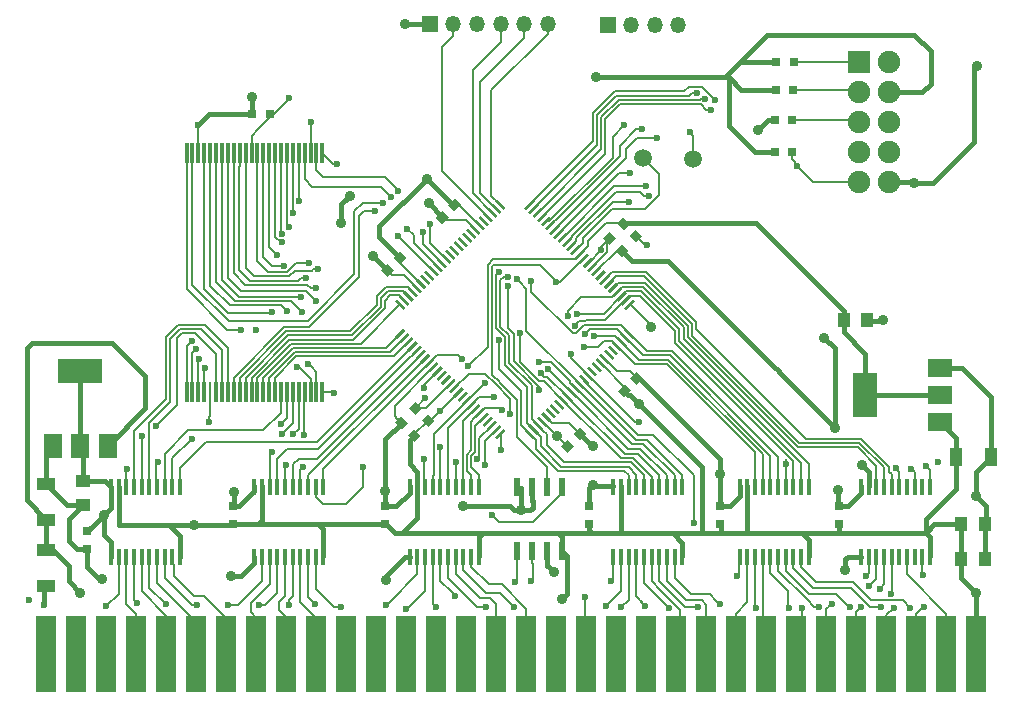
<source format=gbr>
G04 #@! TF.GenerationSoftware,KiCad,Pcbnew,(5.99.0-1468-g7e1294a4b)*
G04 #@! TF.CreationDate,2020-08-22T19:19:53+02:00*
G04 #@! TF.ProjectId,MD_Flash_8M,4d445f46-6c61-4736-985f-384d2e6b6963,rev?*
G04 #@! TF.SameCoordinates,Original*
G04 #@! TF.FileFunction,Copper,L1,Top*
G04 #@! TF.FilePolarity,Positive*
%FSLAX46Y46*%
G04 Gerber Fmt 4.6, Leading zero omitted, Abs format (unit mm)*
G04 Created by KiCad (PCBNEW (5.99.0-1468-g7e1294a4b)) date 2020-08-22 19:19:53*
%MOMM*%
%LPD*%
G01*
G04 APERTURE LIST*
G04 #@! TA.AperFunction,SMDPad,CuDef*
%ADD10R,1.000000X1.250000*%
G04 #@! TD*
G04 #@! TA.AperFunction,SMDPad,CuDef*
%ADD11R,1.250000X1.000000*%
G04 #@! TD*
G04 #@! TA.AperFunction,SMDPad,CuDef*
%ADD12R,1.000000X1.600000*%
G04 #@! TD*
G04 #@! TA.AperFunction,SMDPad,CuDef*
%ADD13R,1.600000X1.000000*%
G04 #@! TD*
G04 #@! TA.AperFunction,SMDPad,CuDef*
%ADD14R,2.000000X1.500000*%
G04 #@! TD*
G04 #@! TA.AperFunction,SMDPad,CuDef*
%ADD15R,2.000000X3.800000*%
G04 #@! TD*
G04 #@! TA.AperFunction,SMDPad,CuDef*
%ADD16R,3.800000X2.000000*%
G04 #@! TD*
G04 #@! TA.AperFunction,SMDPad,CuDef*
%ADD17R,1.500000X2.000000*%
G04 #@! TD*
G04 #@! TA.AperFunction,SMDPad,CuDef*
%ADD18R,0.800000X0.750000*%
G04 #@! TD*
G04 #@! TA.AperFunction,ComponentPad*
%ADD19R,1.350000X1.350000*%
G04 #@! TD*
G04 #@! TA.AperFunction,ComponentPad*
%ADD20O,1.350000X1.350000*%
G04 #@! TD*
G04 #@! TA.AperFunction,SMDPad,CuDef*
%ADD21C,1.500000*%
G04 #@! TD*
G04 #@! TA.AperFunction,ComponentPad*
%ADD22R,1.900000X1.900000*%
G04 #@! TD*
G04 #@! TA.AperFunction,ComponentPad*
%ADD23C,1.900000*%
G04 #@! TD*
G04 #@! TA.AperFunction,SMDPad,CuDef*
%ADD24R,0.750000X0.800000*%
G04 #@! TD*
G04 #@! TA.AperFunction,SMDPad,CuDef*
%ADD25R,0.450000X1.450000*%
G04 #@! TD*
G04 #@! TA.AperFunction,SMDPad,CuDef*
%ADD26R,0.600000X1.550000*%
G04 #@! TD*
G04 #@! TA.AperFunction,SMDPad,CuDef*
%ADD27R,0.299720X1.800860*%
G04 #@! TD*
G04 #@! TA.AperFunction,SMDPad,CuDef*
%ADD28R,0.200660X1.800860*%
G04 #@! TD*
G04 #@! TA.AperFunction,SMDPad,CuDef*
%ADD29R,1.676400X6.451600*%
G04 #@! TD*
G04 #@! TA.AperFunction,ViaPad*
%ADD30C,0.889000*%
G04 #@! TD*
G04 #@! TA.AperFunction,ViaPad*
%ADD31C,0.600000*%
G04 #@! TD*
G04 #@! TA.AperFunction,Conductor*
%ADD32C,0.400000*%
G04 #@! TD*
G04 #@! TA.AperFunction,Conductor*
%ADD33C,0.410000*%
G04 #@! TD*
G04 #@! TA.AperFunction,Conductor*
%ADD34C,0.200000*%
G04 #@! TD*
G04 APERTURE END LIST*
D10*
X230500000Y-90220000D03*
X228500000Y-90220000D03*
X228500000Y-93140000D03*
X230500000Y-93140000D03*
X220570000Y-72930000D03*
X218570000Y-72930000D03*
D11*
X154170000Y-86540000D03*
X154170000Y-88540000D03*
D12*
X231050000Y-84550000D03*
X228050000Y-84550000D03*
D13*
X151060000Y-86820000D03*
X151060000Y-89820000D03*
D14*
X226700000Y-81575000D03*
X226700000Y-76975000D03*
X226700000Y-79275000D03*
D15*
X220400000Y-79275000D03*
D16*
X153950000Y-77250000D03*
D17*
X153950000Y-83550000D03*
X156250000Y-83550000D03*
X151650000Y-83550000D03*
D18*
X168475000Y-55475000D03*
X169975000Y-55475000D03*
D19*
X198575000Y-47925000D03*
D20*
X200575000Y-47925000D03*
X202575000Y-47925000D03*
X204575000Y-47925000D03*
D18*
X212725000Y-58725000D03*
X214225000Y-58725000D03*
X214225000Y-56000000D03*
X212725000Y-56000000D03*
X212800000Y-53400000D03*
X214300000Y-53400000D03*
X214325000Y-51050000D03*
X212825000Y-51050000D03*
D19*
X183525000Y-47875000D03*
D20*
X185525000Y-47875000D03*
X187525000Y-47875000D03*
X189525000Y-47875000D03*
X191525000Y-47875000D03*
X193525000Y-47875000D03*
D21*
X205850000Y-59300000D03*
D22*
X219855000Y-51095000D03*
D23*
X222395000Y-51095000D03*
X219855000Y-53635000D03*
X222395000Y-53635000D03*
X219855000Y-56175000D03*
X222395000Y-56175000D03*
X219855000Y-58715000D03*
X222395000Y-58715000D03*
X219855000Y-61255000D03*
X222395000Y-61255000D03*
G04 #@! TA.AperFunction,SMDPad,CuDef*
G36*
X179962348Y-68157322D02*
G01*
X180492678Y-68687652D01*
X179926992Y-69253338D01*
X179396662Y-68723008D01*
X179962348Y-68157322D01*
G37*
G04 #@! TD.AperFunction*
G04 #@! TA.AperFunction,SMDPad,CuDef*
G36*
X181023008Y-67096662D02*
G01*
X181553338Y-67626992D01*
X180987652Y-68192678D01*
X180457322Y-67662348D01*
X181023008Y-67096662D01*
G37*
G04 #@! TD.AperFunction*
G04 #@! TA.AperFunction,SMDPad,CuDef*
G36*
X185648008Y-62621662D02*
G01*
X186178338Y-63151992D01*
X185612652Y-63717678D01*
X185082322Y-63187348D01*
X185648008Y-62621662D01*
G37*
G04 #@! TD.AperFunction*
G04 #@! TA.AperFunction,SMDPad,CuDef*
G36*
X184587348Y-63682322D02*
G01*
X185117678Y-64212652D01*
X184551992Y-64778338D01*
X184021662Y-64248008D01*
X184587348Y-63682322D01*
G37*
G04 #@! TD.AperFunction*
G04 #@! TA.AperFunction,SMDPad,CuDef*
G36*
X201528338Y-65823008D02*
G01*
X200998008Y-66353338D01*
X200432322Y-65787652D01*
X200962652Y-65257322D01*
X201528338Y-65823008D01*
G37*
G04 #@! TD.AperFunction*
G04 #@! TA.AperFunction,SMDPad,CuDef*
G36*
X200467678Y-64762348D02*
G01*
X199937348Y-65292678D01*
X199371662Y-64726992D01*
X199901992Y-64196662D01*
X200467678Y-64762348D01*
G37*
G04 #@! TD.AperFunction*
G04 #@! TA.AperFunction,SMDPad,CuDef*
G36*
X199292678Y-66012348D02*
G01*
X198762348Y-66542678D01*
X198196662Y-65976992D01*
X198726992Y-65446662D01*
X199292678Y-66012348D01*
G37*
G04 #@! TD.AperFunction*
G04 #@! TA.AperFunction,SMDPad,CuDef*
G36*
X200353338Y-67073008D02*
G01*
X199823008Y-67603338D01*
X199257322Y-67037652D01*
X199787652Y-66507322D01*
X200353338Y-67073008D01*
G37*
G04 #@! TD.AperFunction*
G04 #@! TA.AperFunction,SMDPad,CuDef*
G36*
X200012348Y-78357322D02*
G01*
X200542678Y-78887652D01*
X199976992Y-79453338D01*
X199446662Y-78923008D01*
X200012348Y-78357322D01*
G37*
G04 #@! TD.AperFunction*
G04 #@! TA.AperFunction,SMDPad,CuDef*
G36*
X201073008Y-77296662D02*
G01*
X201603338Y-77826992D01*
X201037652Y-78392678D01*
X200507322Y-77862348D01*
X201073008Y-77296662D01*
G37*
G04 #@! TD.AperFunction*
G04 #@! TA.AperFunction,SMDPad,CuDef*
G36*
X196248008Y-81996662D02*
G01*
X196778338Y-82526992D01*
X196212652Y-83092678D01*
X195682322Y-82562348D01*
X196248008Y-81996662D01*
G37*
G04 #@! TD.AperFunction*
G04 #@! TA.AperFunction,SMDPad,CuDef*
G36*
X195187348Y-83057322D02*
G01*
X195717678Y-83587652D01*
X195151992Y-84153338D01*
X194621662Y-83623008D01*
X195187348Y-83057322D01*
G37*
G04 #@! TD.AperFunction*
G04 #@! TA.AperFunction,SMDPad,CuDef*
G36*
X182753338Y-82698008D02*
G01*
X182223008Y-83228338D01*
X181657322Y-82662652D01*
X182187652Y-82132322D01*
X182753338Y-82698008D01*
G37*
G04 #@! TD.AperFunction*
G04 #@! TA.AperFunction,SMDPad,CuDef*
G36*
X181692678Y-81637348D02*
G01*
X181162348Y-82167678D01*
X180596662Y-81601992D01*
X181126992Y-81071662D01*
X181692678Y-81637348D01*
G37*
G04 #@! TD.AperFunction*
G04 #@! TA.AperFunction,SMDPad,CuDef*
G36*
X182867678Y-80387348D02*
G01*
X182337348Y-80917678D01*
X181771662Y-80351992D01*
X182301992Y-79821662D01*
X182867678Y-80387348D01*
G37*
G04 #@! TD.AperFunction*
G04 #@! TA.AperFunction,SMDPad,CuDef*
G36*
X183928338Y-81448008D02*
G01*
X183398008Y-81978338D01*
X182832322Y-81412652D01*
X183362652Y-80882322D01*
X183928338Y-81448008D01*
G37*
G04 #@! TD.AperFunction*
D24*
X208125000Y-90150000D03*
X208125000Y-88650000D03*
X197025000Y-88650000D03*
X197025000Y-90150000D03*
X218150000Y-88650000D03*
X218150000Y-90150000D03*
D25*
X199050000Y-87050000D03*
X199700000Y-87050000D03*
X200350000Y-87050000D03*
X201000000Y-87050000D03*
X201650000Y-87050000D03*
X202300000Y-87050000D03*
X202950000Y-87050000D03*
X203600000Y-87050000D03*
X204250000Y-87050000D03*
X204900000Y-87050000D03*
X204900000Y-92950000D03*
X204250000Y-92950000D03*
X203600000Y-92950000D03*
X202950000Y-92950000D03*
X202300000Y-92950000D03*
X201650000Y-92950000D03*
X201000000Y-92950000D03*
X200350000Y-92950000D03*
X199700000Y-92950000D03*
X199050000Y-92950000D03*
X209750000Y-87050000D03*
X210400000Y-87050000D03*
X211050000Y-87050000D03*
X211700000Y-87050000D03*
X212350000Y-87050000D03*
X213000000Y-87050000D03*
X213650000Y-87050000D03*
X214300000Y-87050000D03*
X214950000Y-87050000D03*
X215600000Y-87050000D03*
X215600000Y-92950000D03*
X214950000Y-92950000D03*
X214300000Y-92950000D03*
X213650000Y-92950000D03*
X213000000Y-92950000D03*
X212350000Y-92950000D03*
X211700000Y-92950000D03*
X211050000Y-92950000D03*
X210400000Y-92950000D03*
X209750000Y-92950000D03*
X220025000Y-87050000D03*
X220675000Y-87050000D03*
X221325000Y-87050000D03*
X221975000Y-87050000D03*
X222625000Y-87050000D03*
X223275000Y-87050000D03*
X223925000Y-87050000D03*
X224575000Y-87050000D03*
X225225000Y-87050000D03*
X225875000Y-87050000D03*
X225875000Y-92950000D03*
X225225000Y-92950000D03*
X224575000Y-92950000D03*
X223925000Y-92950000D03*
X223275000Y-92950000D03*
X222625000Y-92950000D03*
X221975000Y-92950000D03*
X221325000Y-92950000D03*
X220675000Y-92950000D03*
X220025000Y-92950000D03*
D13*
X151060000Y-92430000D03*
X151060000Y-95430000D03*
D24*
X179750000Y-90175000D03*
X179750000Y-88675000D03*
X154500000Y-90800000D03*
X154500000Y-92300000D03*
X166875000Y-88700000D03*
X166875000Y-90200000D03*
D26*
X190945000Y-92475000D03*
X192215000Y-92475000D03*
X193485000Y-92475000D03*
X194755000Y-92475000D03*
X194755000Y-87075000D03*
X193485000Y-87075000D03*
X192215000Y-87075000D03*
X190945000Y-87075000D03*
D27*
X162930380Y-78991700D03*
X163430760Y-78986620D03*
X163931140Y-78986620D03*
X164428980Y-78986620D03*
D28*
X164929360Y-78986620D03*
D27*
X165429740Y-78986620D03*
X165930120Y-78986620D03*
X166430500Y-78986620D03*
X166930880Y-78986620D03*
X167431260Y-78986620D03*
X167929100Y-78986620D03*
X168429480Y-78986620D03*
X168929860Y-78986620D03*
X169430240Y-78986620D03*
X169930620Y-78986620D03*
X170431000Y-78986620D03*
X170928840Y-78986620D03*
X171429220Y-78986620D03*
X171929600Y-78986620D03*
X172429980Y-78986620D03*
X172930360Y-78986620D03*
X173430740Y-78986620D03*
X173931120Y-78986620D03*
X174428960Y-78986620D03*
X174428960Y-58788540D03*
X173931120Y-58788540D03*
X173430740Y-58788540D03*
X172930360Y-58788540D03*
X172429980Y-58788540D03*
X171929600Y-58788540D03*
X171429220Y-58788540D03*
X170928840Y-58788540D03*
X170431000Y-58788540D03*
X169930620Y-58788540D03*
X169430240Y-58788540D03*
X168929860Y-58788540D03*
X168429480Y-58788540D03*
X167929100Y-58788540D03*
X167431260Y-58788540D03*
X166930880Y-58788540D03*
X166430500Y-58788540D03*
X165930120Y-58788540D03*
X165429740Y-58788540D03*
X164929360Y-58788540D03*
X164428980Y-58788540D03*
X163931140Y-58788540D03*
X163430760Y-58788540D03*
X162930380Y-58788540D03*
D25*
X181825000Y-92950000D03*
X182475000Y-92950000D03*
X183125000Y-92950000D03*
X183775000Y-92950000D03*
X184425000Y-92950000D03*
X185075000Y-92950000D03*
X185725000Y-92950000D03*
X186375000Y-92950000D03*
X187025000Y-92950000D03*
X187675000Y-92950000D03*
X187675000Y-87050000D03*
X187025000Y-87050000D03*
X186375000Y-87050000D03*
X185725000Y-87050000D03*
X185075000Y-87050000D03*
X184425000Y-87050000D03*
X183775000Y-87050000D03*
X183125000Y-87050000D03*
X182475000Y-87050000D03*
X181825000Y-87050000D03*
X168675000Y-92950000D03*
X169325000Y-92950000D03*
X169975000Y-92950000D03*
X170625000Y-92950000D03*
X171275000Y-92950000D03*
X171925000Y-92950000D03*
X172575000Y-92950000D03*
X173225000Y-92950000D03*
X173875000Y-92950000D03*
X174525000Y-92950000D03*
X174525000Y-87050000D03*
X173875000Y-87050000D03*
X173225000Y-87050000D03*
X172575000Y-87050000D03*
X171925000Y-87050000D03*
X171275000Y-87050000D03*
X170625000Y-87050000D03*
X169975000Y-87050000D03*
X169325000Y-87050000D03*
X168675000Y-87050000D03*
X156525000Y-92950000D03*
X157175000Y-92950000D03*
X157825000Y-92950000D03*
X158475000Y-92950000D03*
X159125000Y-92950000D03*
X159775000Y-92950000D03*
X160425000Y-92950000D03*
X161075000Y-92950000D03*
X161725000Y-92950000D03*
X162375000Y-92950000D03*
X162375000Y-87050000D03*
X161725000Y-87050000D03*
X161075000Y-87050000D03*
X160425000Y-87050000D03*
X159775000Y-87050000D03*
X159125000Y-87050000D03*
X158475000Y-87050000D03*
X157825000Y-87050000D03*
X157175000Y-87050000D03*
X156525000Y-87050000D03*
G04 #@! TA.AperFunction,SMDPad,CuDef*
G36*
X199997624Y-73809867D02*
G01*
X200177229Y-73630262D01*
X200895650Y-74348683D01*
X200716045Y-74528288D01*
X199997624Y-73809867D01*
G37*
G04 #@! TD.AperFunction*
G04 #@! TA.AperFunction,SMDPad,CuDef*
G36*
X191520262Y-82287229D02*
G01*
X191699867Y-82107624D01*
X192418288Y-82826045D01*
X192238683Y-83005650D01*
X191520262Y-82287229D01*
G37*
G04 #@! TD.AperFunction*
G04 #@! TA.AperFunction,SMDPad,CuDef*
G36*
X191879473Y-81928019D02*
G01*
X192059078Y-81748414D01*
X192777499Y-82466835D01*
X192597894Y-82646440D01*
X191879473Y-81928019D01*
G37*
G04 #@! TD.AperFunction*
G04 #@! TA.AperFunction,SMDPad,CuDef*
G36*
X192220722Y-81586769D02*
G01*
X192400327Y-81407164D01*
X193118748Y-82125585D01*
X192939143Y-82305190D01*
X192220722Y-81586769D01*
G37*
G04 #@! TD.AperFunction*
G04 #@! TA.AperFunction,SMDPad,CuDef*
G36*
X192579933Y-81227559D02*
G01*
X192759538Y-81047954D01*
X193477959Y-81766375D01*
X193298354Y-81945980D01*
X192579933Y-81227559D01*
G37*
G04 #@! TD.AperFunction*
G04 #@! TA.AperFunction,SMDPad,CuDef*
G36*
X192939143Y-80868349D02*
G01*
X193118748Y-80688744D01*
X193837169Y-81407165D01*
X193657564Y-81586770D01*
X192939143Y-80868349D01*
G37*
G04 #@! TD.AperFunction*
G04 #@! TA.AperFunction,SMDPad,CuDef*
G36*
X193280393Y-80527099D02*
G01*
X193459998Y-80347494D01*
X194178419Y-81065915D01*
X193998814Y-81245520D01*
X193280393Y-80527099D01*
G37*
G04 #@! TD.AperFunction*
G04 #@! TA.AperFunction,SMDPad,CuDef*
G36*
X193639603Y-80167889D02*
G01*
X193819208Y-79988284D01*
X194537629Y-80706705D01*
X194358024Y-80886310D01*
X193639603Y-80167889D01*
G37*
G04 #@! TD.AperFunction*
G04 #@! TA.AperFunction,SMDPad,CuDef*
G36*
X193998813Y-79808678D02*
G01*
X194178418Y-79629073D01*
X194896839Y-80347494D01*
X194717234Y-80527099D01*
X193998813Y-79808678D01*
G37*
G04 #@! TD.AperFunction*
G04 #@! TA.AperFunction,SMDPad,CuDef*
G36*
X194340063Y-79467429D02*
G01*
X194519668Y-79287824D01*
X195238089Y-80006245D01*
X195058484Y-80185850D01*
X194340063Y-79467429D01*
G37*
G04 #@! TD.AperFunction*
G04 #@! TA.AperFunction,SMDPad,CuDef*
G36*
X194699273Y-79108218D02*
G01*
X194878878Y-78928613D01*
X195597299Y-79647034D01*
X195417694Y-79826639D01*
X194699273Y-79108218D01*
G37*
G04 #@! TD.AperFunction*
G04 #@! TA.AperFunction,SMDPad,CuDef*
G36*
X195058483Y-78749008D02*
G01*
X195238088Y-78569403D01*
X195956509Y-79287824D01*
X195776904Y-79467429D01*
X195058483Y-78749008D01*
G37*
G04 #@! TD.AperFunction*
G04 #@! TA.AperFunction,SMDPad,CuDef*
G36*
X195417694Y-78389798D02*
G01*
X195597299Y-78210193D01*
X196315720Y-78928614D01*
X196136115Y-79108219D01*
X195417694Y-78389798D01*
G37*
G04 #@! TD.AperFunction*
G04 #@! TA.AperFunction,SMDPad,CuDef*
G36*
X195758943Y-78048548D02*
G01*
X195938548Y-77868943D01*
X196656969Y-78587364D01*
X196477364Y-78766969D01*
X195758943Y-78048548D01*
G37*
G04 #@! TD.AperFunction*
G04 #@! TA.AperFunction,SMDPad,CuDef*
G36*
X196118153Y-77689338D02*
G01*
X196297758Y-77509733D01*
X197016179Y-78228154D01*
X196836574Y-78407759D01*
X196118153Y-77689338D01*
G37*
G04 #@! TD.AperFunction*
G04 #@! TA.AperFunction,SMDPad,CuDef*
G36*
X196477364Y-77330128D02*
G01*
X196656969Y-77150523D01*
X197375390Y-77868944D01*
X197195785Y-78048549D01*
X196477364Y-77330128D01*
G37*
G04 #@! TD.AperFunction*
G04 #@! TA.AperFunction,SMDPad,CuDef*
G36*
X196818613Y-76988878D02*
G01*
X196998218Y-76809273D01*
X197716639Y-77527694D01*
X197537034Y-77707299D01*
X196818613Y-76988878D01*
G37*
G04 #@! TD.AperFunction*
G04 #@! TA.AperFunction,SMDPad,CuDef*
G36*
X197177824Y-76629668D02*
G01*
X197357429Y-76450063D01*
X198075850Y-77168484D01*
X197896245Y-77348089D01*
X197177824Y-76629668D01*
G37*
G04 #@! TD.AperFunction*
G04 #@! TA.AperFunction,SMDPad,CuDef*
G36*
X197537034Y-76270458D02*
G01*
X197716639Y-76090853D01*
X198435060Y-76809274D01*
X198255455Y-76988879D01*
X197537034Y-76270458D01*
G37*
G04 #@! TD.AperFunction*
G04 #@! TA.AperFunction,SMDPad,CuDef*
G36*
X197878284Y-75929208D02*
G01*
X198057889Y-75749603D01*
X198776310Y-76468024D01*
X198596705Y-76647629D01*
X197878284Y-75929208D01*
G37*
G04 #@! TD.AperFunction*
G04 #@! TA.AperFunction,SMDPad,CuDef*
G36*
X198237494Y-75569998D02*
G01*
X198417099Y-75390393D01*
X199135520Y-76108814D01*
X198955915Y-76288419D01*
X198237494Y-75569998D01*
G37*
G04 #@! TD.AperFunction*
G04 #@! TA.AperFunction,SMDPad,CuDef*
G36*
X198596704Y-75210787D02*
G01*
X198776309Y-75031182D01*
X199494730Y-75749603D01*
X199315125Y-75929208D01*
X198596704Y-75210787D01*
G37*
G04 #@! TD.AperFunction*
G04 #@! TA.AperFunction,SMDPad,CuDef*
G36*
X198937954Y-74869538D02*
G01*
X199117559Y-74689933D01*
X199835980Y-75408354D01*
X199656375Y-75587959D01*
X198937954Y-74869538D01*
G37*
G04 #@! TD.AperFunction*
G04 #@! TA.AperFunction,SMDPad,CuDef*
G36*
X199297164Y-74510327D02*
G01*
X199476769Y-74330722D01*
X200195190Y-75049143D01*
X200015585Y-75228748D01*
X199297164Y-74510327D01*
G37*
G04 #@! TD.AperFunction*
G04 #@! TA.AperFunction,SMDPad,CuDef*
G36*
X199656374Y-74151117D02*
G01*
X199835979Y-73971512D01*
X200554400Y-74689933D01*
X200374795Y-74869538D01*
X199656374Y-74151117D01*
G37*
G04 #@! TD.AperFunction*
G04 #@! TA.AperFunction,SMDPad,CuDef*
G36*
X189041712Y-82826045D02*
G01*
X189760133Y-82107624D01*
X189939738Y-82287229D01*
X189221317Y-83005650D01*
X189041712Y-82826045D01*
G37*
G04 #@! TD.AperFunction*
G04 #@! TA.AperFunction,SMDPad,CuDef*
G36*
X180564350Y-74348683D02*
G01*
X181282771Y-73630262D01*
X181462376Y-73809867D01*
X180743955Y-74528288D01*
X180564350Y-74348683D01*
G37*
G04 #@! TD.AperFunction*
G04 #@! TA.AperFunction,SMDPad,CuDef*
G36*
X180923560Y-74707894D02*
G01*
X181641981Y-73989473D01*
X181821586Y-74169078D01*
X181103165Y-74887499D01*
X180923560Y-74707894D01*
G37*
G04 #@! TD.AperFunction*
G04 #@! TA.AperFunction,SMDPad,CuDef*
G36*
X181264810Y-75049143D02*
G01*
X181983231Y-74330722D01*
X182162836Y-74510327D01*
X181444415Y-75228748D01*
X181264810Y-75049143D01*
G37*
G04 #@! TD.AperFunction*
G04 #@! TA.AperFunction,SMDPad,CuDef*
G36*
X181624020Y-75408354D02*
G01*
X182342441Y-74689933D01*
X182522046Y-74869538D01*
X181803625Y-75587959D01*
X181624020Y-75408354D01*
G37*
G04 #@! TD.AperFunction*
G04 #@! TA.AperFunction,SMDPad,CuDef*
G36*
X181983230Y-75767564D02*
G01*
X182701651Y-75049143D01*
X182881256Y-75228748D01*
X182162835Y-75947169D01*
X181983230Y-75767564D01*
G37*
G04 #@! TD.AperFunction*
G04 #@! TA.AperFunction,SMDPad,CuDef*
G36*
X182324480Y-76108814D02*
G01*
X183042901Y-75390393D01*
X183222506Y-75569998D01*
X182504085Y-76288419D01*
X182324480Y-76108814D01*
G37*
G04 #@! TD.AperFunction*
G04 #@! TA.AperFunction,SMDPad,CuDef*
G36*
X182683690Y-76468024D02*
G01*
X183402111Y-75749603D01*
X183581716Y-75929208D01*
X182863295Y-76647629D01*
X182683690Y-76468024D01*
G37*
G04 #@! TD.AperFunction*
G04 #@! TA.AperFunction,SMDPad,CuDef*
G36*
X183042901Y-76827234D02*
G01*
X183761322Y-76108813D01*
X183940927Y-76288418D01*
X183222506Y-77006839D01*
X183042901Y-76827234D01*
G37*
G04 #@! TD.AperFunction*
G04 #@! TA.AperFunction,SMDPad,CuDef*
G36*
X183384150Y-77168484D02*
G01*
X184102571Y-76450063D01*
X184282176Y-76629668D01*
X183563755Y-77348089D01*
X183384150Y-77168484D01*
G37*
G04 #@! TD.AperFunction*
G04 #@! TA.AperFunction,SMDPad,CuDef*
G36*
X183743361Y-77527694D02*
G01*
X184461782Y-76809273D01*
X184641387Y-76988878D01*
X183922966Y-77707299D01*
X183743361Y-77527694D01*
G37*
G04 #@! TD.AperFunction*
G04 #@! TA.AperFunction,SMDPad,CuDef*
G36*
X184102571Y-77886904D02*
G01*
X184820992Y-77168483D01*
X185000597Y-77348088D01*
X184282176Y-78066509D01*
X184102571Y-77886904D01*
G37*
G04 #@! TD.AperFunction*
G04 #@! TA.AperFunction,SMDPad,CuDef*
G36*
X184461781Y-78246115D02*
G01*
X185180202Y-77527694D01*
X185359807Y-77707299D01*
X184641386Y-78425720D01*
X184461781Y-78246115D01*
G37*
G04 #@! TD.AperFunction*
G04 #@! TA.AperFunction,SMDPad,CuDef*
G36*
X184803031Y-78587364D02*
G01*
X185521452Y-77868943D01*
X185701057Y-78048548D01*
X184982636Y-78766969D01*
X184803031Y-78587364D01*
G37*
G04 #@! TD.AperFunction*
G04 #@! TA.AperFunction,SMDPad,CuDef*
G36*
X185162241Y-78946574D02*
G01*
X185880662Y-78228153D01*
X186060267Y-78407758D01*
X185341846Y-79126179D01*
X185162241Y-78946574D01*
G37*
G04 #@! TD.AperFunction*
G04 #@! TA.AperFunction,SMDPad,CuDef*
G36*
X185521451Y-79305785D02*
G01*
X186239872Y-78587364D01*
X186419477Y-78766969D01*
X185701056Y-79485390D01*
X185521451Y-79305785D01*
G37*
G04 #@! TD.AperFunction*
G04 #@! TA.AperFunction,SMDPad,CuDef*
G36*
X185862701Y-79647034D02*
G01*
X186581122Y-78928613D01*
X186760727Y-79108218D01*
X186042306Y-79826639D01*
X185862701Y-79647034D01*
G37*
G04 #@! TD.AperFunction*
G04 #@! TA.AperFunction,SMDPad,CuDef*
G36*
X186221911Y-80006245D02*
G01*
X186940332Y-79287824D01*
X187119937Y-79467429D01*
X186401516Y-80185850D01*
X186221911Y-80006245D01*
G37*
G04 #@! TD.AperFunction*
G04 #@! TA.AperFunction,SMDPad,CuDef*
G36*
X186581121Y-80365455D02*
G01*
X187299542Y-79647034D01*
X187479147Y-79826639D01*
X186760726Y-80545060D01*
X186581121Y-80365455D01*
G37*
G04 #@! TD.AperFunction*
G04 #@! TA.AperFunction,SMDPad,CuDef*
G36*
X186922371Y-80706705D02*
G01*
X187640792Y-79988284D01*
X187820397Y-80167889D01*
X187101976Y-80886310D01*
X186922371Y-80706705D01*
G37*
G04 #@! TD.AperFunction*
G04 #@! TA.AperFunction,SMDPad,CuDef*
G36*
X187281581Y-81065915D02*
G01*
X188000002Y-80347494D01*
X188179607Y-80527099D01*
X187461186Y-81245520D01*
X187281581Y-81065915D01*
G37*
G04 #@! TD.AperFunction*
G04 #@! TA.AperFunction,SMDPad,CuDef*
G36*
X187640792Y-81425125D02*
G01*
X188359213Y-80706704D01*
X188538818Y-80886309D01*
X187820397Y-81604730D01*
X187640792Y-81425125D01*
G37*
G04 #@! TD.AperFunction*
G04 #@! TA.AperFunction,SMDPad,CuDef*
G36*
X187982041Y-81766375D02*
G01*
X188700462Y-81047954D01*
X188880067Y-81227559D01*
X188161646Y-81945980D01*
X187982041Y-81766375D01*
G37*
G04 #@! TD.AperFunction*
G04 #@! TA.AperFunction,SMDPad,CuDef*
G36*
X188341252Y-82125585D02*
G01*
X189059673Y-81407164D01*
X189239278Y-81586769D01*
X188520857Y-82305190D01*
X188341252Y-82125585D01*
G37*
G04 #@! TD.AperFunction*
G04 #@! TA.AperFunction,SMDPad,CuDef*
G36*
X188700462Y-82484795D02*
G01*
X189418883Y-81766374D01*
X189598488Y-81945979D01*
X188880067Y-82664400D01*
X188700462Y-82484795D01*
G37*
G04 #@! TD.AperFunction*
G04 #@! TA.AperFunction,SMDPad,CuDef*
G36*
X199997624Y-71870133D02*
G01*
X200716045Y-71151712D01*
X200895650Y-71331317D01*
X200177229Y-72049738D01*
X199997624Y-71870133D01*
G37*
G04 #@! TD.AperFunction*
G04 #@! TA.AperFunction,SMDPad,CuDef*
G36*
X199638414Y-71510922D02*
G01*
X200356835Y-70792501D01*
X200536440Y-70972106D01*
X199818019Y-71690527D01*
X199638414Y-71510922D01*
G37*
G04 #@! TD.AperFunction*
G04 #@! TA.AperFunction,SMDPad,CuDef*
G36*
X199297164Y-71169673D02*
G01*
X200015585Y-70451252D01*
X200195190Y-70630857D01*
X199476769Y-71349278D01*
X199297164Y-71169673D01*
G37*
G04 #@! TD.AperFunction*
G04 #@! TA.AperFunction,SMDPad,CuDef*
G36*
X198937954Y-70810462D02*
G01*
X199656375Y-70092041D01*
X199835980Y-70271646D01*
X199117559Y-70990067D01*
X198937954Y-70810462D01*
G37*
G04 #@! TD.AperFunction*
G04 #@! TA.AperFunction,SMDPad,CuDef*
G36*
X198578744Y-70451252D02*
G01*
X199297165Y-69732831D01*
X199476770Y-69912436D01*
X198758349Y-70630857D01*
X198578744Y-70451252D01*
G37*
G04 #@! TD.AperFunction*
G04 #@! TA.AperFunction,SMDPad,CuDef*
G36*
X198237494Y-70110002D02*
G01*
X198955915Y-69391581D01*
X199135520Y-69571186D01*
X198417099Y-70289607D01*
X198237494Y-70110002D01*
G37*
G04 #@! TD.AperFunction*
G04 #@! TA.AperFunction,SMDPad,CuDef*
G36*
X197878284Y-69750792D02*
G01*
X198596705Y-69032371D01*
X198776310Y-69211976D01*
X198057889Y-69930397D01*
X197878284Y-69750792D01*
G37*
G04 #@! TD.AperFunction*
G04 #@! TA.AperFunction,SMDPad,CuDef*
G36*
X197519073Y-69391582D02*
G01*
X198237494Y-68673161D01*
X198417099Y-68852766D01*
X197698678Y-69571187D01*
X197519073Y-69391582D01*
G37*
G04 #@! TD.AperFunction*
G04 #@! TA.AperFunction,SMDPad,CuDef*
G36*
X197177824Y-69050332D02*
G01*
X197896245Y-68331911D01*
X198075850Y-68511516D01*
X197357429Y-69229937D01*
X197177824Y-69050332D01*
G37*
G04 #@! TD.AperFunction*
G04 #@! TA.AperFunction,SMDPad,CuDef*
G36*
X196818613Y-68691122D02*
G01*
X197537034Y-67972701D01*
X197716639Y-68152306D01*
X196998218Y-68870727D01*
X196818613Y-68691122D01*
G37*
G04 #@! TD.AperFunction*
G04 #@! TA.AperFunction,SMDPad,CuDef*
G36*
X196459403Y-68331912D02*
G01*
X197177824Y-67613491D01*
X197357429Y-67793096D01*
X196639008Y-68511517D01*
X196459403Y-68331912D01*
G37*
G04 #@! TD.AperFunction*
G04 #@! TA.AperFunction,SMDPad,CuDef*
G36*
X196100193Y-67972701D02*
G01*
X196818614Y-67254280D01*
X196998219Y-67433885D01*
X196279798Y-68152306D01*
X196100193Y-67972701D01*
G37*
G04 #@! TD.AperFunction*
G04 #@! TA.AperFunction,SMDPad,CuDef*
G36*
X195758943Y-67631452D02*
G01*
X196477364Y-66913031D01*
X196656969Y-67092636D01*
X195938548Y-67811057D01*
X195758943Y-67631452D01*
G37*
G04 #@! TD.AperFunction*
G04 #@! TA.AperFunction,SMDPad,CuDef*
G36*
X195399733Y-67272242D02*
G01*
X196118154Y-66553821D01*
X196297759Y-66733426D01*
X195579338Y-67451847D01*
X195399733Y-67272242D01*
G37*
G04 #@! TD.AperFunction*
G04 #@! TA.AperFunction,SMDPad,CuDef*
G36*
X195040523Y-66913031D02*
G01*
X195758944Y-66194610D01*
X195938549Y-66374215D01*
X195220128Y-67092636D01*
X195040523Y-66913031D01*
G37*
G04 #@! TD.AperFunction*
G04 #@! TA.AperFunction,SMDPad,CuDef*
G36*
X194699273Y-66571782D02*
G01*
X195417694Y-65853361D01*
X195597299Y-66032966D01*
X194878878Y-66751387D01*
X194699273Y-66571782D01*
G37*
G04 #@! TD.AperFunction*
G04 #@! TA.AperFunction,SMDPad,CuDef*
G36*
X194340063Y-66212571D02*
G01*
X195058484Y-65494150D01*
X195238089Y-65673755D01*
X194519668Y-66392176D01*
X194340063Y-66212571D01*
G37*
G04 #@! TD.AperFunction*
G04 #@! TA.AperFunction,SMDPad,CuDef*
G36*
X193980853Y-65853361D02*
G01*
X194699274Y-65134940D01*
X194878879Y-65314545D01*
X194160458Y-66032966D01*
X193980853Y-65853361D01*
G37*
G04 #@! TD.AperFunction*
G04 #@! TA.AperFunction,SMDPad,CuDef*
G36*
X193639603Y-65512111D02*
G01*
X194358024Y-64793690D01*
X194537629Y-64973295D01*
X193819208Y-65691716D01*
X193639603Y-65512111D01*
G37*
G04 #@! TD.AperFunction*
G04 #@! TA.AperFunction,SMDPad,CuDef*
G36*
X193280393Y-65152901D02*
G01*
X193998814Y-64434480D01*
X194178419Y-64614085D01*
X193459998Y-65332506D01*
X193280393Y-65152901D01*
G37*
G04 #@! TD.AperFunction*
G04 #@! TA.AperFunction,SMDPad,CuDef*
G36*
X192921182Y-64793691D02*
G01*
X193639603Y-64075270D01*
X193819208Y-64254875D01*
X193100787Y-64973296D01*
X192921182Y-64793691D01*
G37*
G04 #@! TD.AperFunction*
G04 #@! TA.AperFunction,SMDPad,CuDef*
G36*
X192579933Y-64452441D02*
G01*
X193298354Y-63734020D01*
X193477959Y-63913625D01*
X192759538Y-64632046D01*
X192579933Y-64452441D01*
G37*
G04 #@! TD.AperFunction*
G04 #@! TA.AperFunction,SMDPad,CuDef*
G36*
X192220722Y-64093231D02*
G01*
X192939143Y-63374810D01*
X193118748Y-63554415D01*
X192400327Y-64272836D01*
X192220722Y-64093231D01*
G37*
G04 #@! TD.AperFunction*
G04 #@! TA.AperFunction,SMDPad,CuDef*
G36*
X191861512Y-63734021D02*
G01*
X192579933Y-63015600D01*
X192759538Y-63195205D01*
X192041117Y-63913626D01*
X191861512Y-63734021D01*
G37*
G04 #@! TD.AperFunction*
G04 #@! TA.AperFunction,SMDPad,CuDef*
G36*
X191520262Y-63392771D02*
G01*
X192238683Y-62674350D01*
X192418288Y-62853955D01*
X191699867Y-63572376D01*
X191520262Y-63392771D01*
G37*
G04 #@! TD.AperFunction*
G04 #@! TA.AperFunction,SMDPad,CuDef*
G36*
X189041712Y-62853955D02*
G01*
X189221317Y-62674350D01*
X189939738Y-63392771D01*
X189760133Y-63572376D01*
X189041712Y-62853955D01*
G37*
G04 #@! TD.AperFunction*
G04 #@! TA.AperFunction,SMDPad,CuDef*
G36*
X188682501Y-63213165D02*
G01*
X188862106Y-63033560D01*
X189580527Y-63751981D01*
X189400922Y-63931586D01*
X188682501Y-63213165D01*
G37*
G04 #@! TD.AperFunction*
G04 #@! TA.AperFunction,SMDPad,CuDef*
G36*
X188341252Y-63554415D02*
G01*
X188520857Y-63374810D01*
X189239278Y-64093231D01*
X189059673Y-64272836D01*
X188341252Y-63554415D01*
G37*
G04 #@! TD.AperFunction*
G04 #@! TA.AperFunction,SMDPad,CuDef*
G36*
X187982041Y-63913625D02*
G01*
X188161646Y-63734020D01*
X188880067Y-64452441D01*
X188700462Y-64632046D01*
X187982041Y-63913625D01*
G37*
G04 #@! TD.AperFunction*
G04 #@! TA.AperFunction,SMDPad,CuDef*
G36*
X187622831Y-64272835D02*
G01*
X187802436Y-64093230D01*
X188520857Y-64811651D01*
X188341252Y-64991256D01*
X187622831Y-64272835D01*
G37*
G04 #@! TD.AperFunction*
G04 #@! TA.AperFunction,SMDPad,CuDef*
G36*
X187281581Y-64614085D02*
G01*
X187461186Y-64434480D01*
X188179607Y-65152901D01*
X188000002Y-65332506D01*
X187281581Y-64614085D01*
G37*
G04 #@! TD.AperFunction*
G04 #@! TA.AperFunction,SMDPad,CuDef*
G36*
X186922371Y-64973295D02*
G01*
X187101976Y-64793690D01*
X187820397Y-65512111D01*
X187640792Y-65691716D01*
X186922371Y-64973295D01*
G37*
G04 #@! TD.AperFunction*
G04 #@! TA.AperFunction,SMDPad,CuDef*
G36*
X186563161Y-65332506D02*
G01*
X186742766Y-65152901D01*
X187461187Y-65871322D01*
X187281582Y-66050927D01*
X186563161Y-65332506D01*
G37*
G04 #@! TD.AperFunction*
G04 #@! TA.AperFunction,SMDPad,CuDef*
G36*
X186221911Y-65673755D02*
G01*
X186401516Y-65494150D01*
X187119937Y-66212571D01*
X186940332Y-66392176D01*
X186221911Y-65673755D01*
G37*
G04 #@! TD.AperFunction*
G04 #@! TA.AperFunction,SMDPad,CuDef*
G36*
X185862701Y-66032966D02*
G01*
X186042306Y-65853361D01*
X186760727Y-66571782D01*
X186581122Y-66751387D01*
X185862701Y-66032966D01*
G37*
G04 #@! TD.AperFunction*
G04 #@! TA.AperFunction,SMDPad,CuDef*
G36*
X185503491Y-66392176D02*
G01*
X185683096Y-66212571D01*
X186401517Y-66930992D01*
X186221912Y-67110597D01*
X185503491Y-66392176D01*
G37*
G04 #@! TD.AperFunction*
G04 #@! TA.AperFunction,SMDPad,CuDef*
G36*
X185144280Y-66751386D02*
G01*
X185323885Y-66571781D01*
X186042306Y-67290202D01*
X185862701Y-67469807D01*
X185144280Y-66751386D01*
G37*
G04 #@! TD.AperFunction*
G04 #@! TA.AperFunction,SMDPad,CuDef*
G36*
X184803031Y-67092636D02*
G01*
X184982636Y-66913031D01*
X185701057Y-67631452D01*
X185521452Y-67811057D01*
X184803031Y-67092636D01*
G37*
G04 #@! TD.AperFunction*
G04 #@! TA.AperFunction,SMDPad,CuDef*
G36*
X184443821Y-67451846D02*
G01*
X184623426Y-67272241D01*
X185341847Y-67990662D01*
X185162242Y-68170267D01*
X184443821Y-67451846D01*
G37*
G04 #@! TD.AperFunction*
G04 #@! TA.AperFunction,SMDPad,CuDef*
G36*
X184084610Y-67811056D02*
G01*
X184264215Y-67631451D01*
X184982636Y-68349872D01*
X184803031Y-68529477D01*
X184084610Y-67811056D01*
G37*
G04 #@! TD.AperFunction*
G04 #@! TA.AperFunction,SMDPad,CuDef*
G36*
X183743361Y-68152306D02*
G01*
X183922966Y-67972701D01*
X184641387Y-68691122D01*
X184461782Y-68870727D01*
X183743361Y-68152306D01*
G37*
G04 #@! TD.AperFunction*
G04 #@! TA.AperFunction,SMDPad,CuDef*
G36*
X183384150Y-68511516D02*
G01*
X183563755Y-68331911D01*
X184282176Y-69050332D01*
X184102571Y-69229937D01*
X183384150Y-68511516D01*
G37*
G04 #@! TD.AperFunction*
G04 #@! TA.AperFunction,SMDPad,CuDef*
G36*
X183024940Y-68870726D02*
G01*
X183204545Y-68691121D01*
X183922966Y-69409542D01*
X183743361Y-69589147D01*
X183024940Y-68870726D01*
G37*
G04 #@! TD.AperFunction*
G04 #@! TA.AperFunction,SMDPad,CuDef*
G36*
X182683690Y-69211976D02*
G01*
X182863295Y-69032371D01*
X183581716Y-69750792D01*
X183402111Y-69930397D01*
X182683690Y-69211976D01*
G37*
G04 #@! TD.AperFunction*
G04 #@! TA.AperFunction,SMDPad,CuDef*
G36*
X182324480Y-69571186D02*
G01*
X182504085Y-69391581D01*
X183222506Y-70110002D01*
X183042901Y-70289607D01*
X182324480Y-69571186D01*
G37*
G04 #@! TD.AperFunction*
G04 #@! TA.AperFunction,SMDPad,CuDef*
G36*
X181965270Y-69930397D02*
G01*
X182144875Y-69750792D01*
X182863296Y-70469213D01*
X182683691Y-70648818D01*
X181965270Y-69930397D01*
G37*
G04 #@! TD.AperFunction*
G04 #@! TA.AperFunction,SMDPad,CuDef*
G36*
X181624020Y-70271646D02*
G01*
X181803625Y-70092041D01*
X182522046Y-70810462D01*
X182342441Y-70990067D01*
X181624020Y-70271646D01*
G37*
G04 #@! TD.AperFunction*
G04 #@! TA.AperFunction,SMDPad,CuDef*
G36*
X181264810Y-70630857D02*
G01*
X181444415Y-70451252D01*
X182162836Y-71169673D01*
X181983231Y-71349278D01*
X181264810Y-70630857D01*
G37*
G04 #@! TD.AperFunction*
G04 #@! TA.AperFunction,SMDPad,CuDef*
G36*
X180905600Y-70990067D02*
G01*
X181085205Y-70810462D01*
X181803626Y-71528883D01*
X181624021Y-71708488D01*
X180905600Y-70990067D01*
G37*
G04 #@! TD.AperFunction*
G04 #@! TA.AperFunction,SMDPad,CuDef*
G36*
X180564350Y-71331317D02*
G01*
X180743955Y-71151712D01*
X181462376Y-71870133D01*
X181282771Y-72049738D01*
X180564350Y-71331317D01*
G37*
G04 #@! TD.AperFunction*
D21*
X201575000Y-59175000D03*
D29*
X229781100Y-101193600D03*
X227241100Y-101193600D03*
X224701100Y-101193600D03*
X222161100Y-101193600D03*
X219621100Y-101193600D03*
X217081100Y-101193600D03*
X214541100Y-101193600D03*
X212001100Y-101193600D03*
X209461100Y-101193600D03*
X206921100Y-101193600D03*
X204381100Y-101193600D03*
X201841100Y-101193600D03*
X199301100Y-101193600D03*
X196761100Y-101193600D03*
X194221100Y-101193600D03*
X191681100Y-101193600D03*
X189141100Y-101193600D03*
X186601100Y-101193600D03*
X184061100Y-101193600D03*
X181521100Y-101193600D03*
X178981100Y-101193600D03*
X176441100Y-101193600D03*
X173901100Y-101193600D03*
X171361100Y-101193600D03*
X168821100Y-101193600D03*
X166281100Y-101193600D03*
X163741100Y-101193600D03*
X161201100Y-101193600D03*
X158661100Y-101193600D03*
X156121100Y-101193600D03*
X153581100Y-101193600D03*
X151041100Y-101193600D03*
D30*
X229810000Y-87790000D03*
D31*
X183110000Y-79550000D03*
X183000000Y-78680000D03*
X175437590Y-79125000D03*
X186780000Y-76840000D03*
X186250000Y-76220000D03*
D30*
X220100000Y-85225000D03*
X153924000Y-96012000D03*
D31*
X225250000Y-94475000D03*
X215025000Y-97275000D03*
X220450000Y-94575000D03*
X217550000Y-96950010D03*
X220750000Y-95425000D03*
X222800000Y-97275000D03*
X222600000Y-96097600D03*
X200450000Y-60475000D03*
X226524998Y-84950000D03*
X225375000Y-97225000D03*
X180200000Y-62475000D03*
X182950000Y-65500000D03*
X183550000Y-64825000D03*
X180850000Y-61975000D03*
X168775000Y-73722412D03*
X175650000Y-59725000D03*
X189650000Y-80525000D03*
X188925000Y-79400000D03*
X173250000Y-76625000D03*
X188199703Y-78227697D03*
X172300000Y-76875000D03*
X172850000Y-82675000D03*
X172775000Y-85400000D03*
X164825000Y-81575000D03*
X163375000Y-82950000D03*
X164483540Y-76975000D03*
X171375000Y-85150000D03*
X177860000Y-85320000D03*
X163983160Y-76200000D03*
X183075000Y-84682410D03*
X163750000Y-75350000D03*
X163381189Y-74694179D03*
X184402400Y-83700000D03*
X178875000Y-63675000D03*
X180850000Y-65775000D03*
X179525000Y-62975000D03*
X181625000Y-65175000D03*
X192921490Y-77443496D03*
X170175000Y-72275000D03*
X192775000Y-76475000D03*
X172700000Y-72200000D03*
X196600000Y-75175000D03*
X173900000Y-71275000D03*
X196672511Y-74070189D03*
X173050000Y-69322600D03*
X173280102Y-68128675D03*
X195200000Y-72550000D03*
X213650000Y-85075000D03*
X201250000Y-81525000D03*
X195475000Y-75800000D03*
X170550000Y-67375000D03*
X171012900Y-65600052D03*
X190867503Y-69429259D03*
X190136425Y-69251355D03*
X171981630Y-63815301D03*
X189354821Y-74634122D03*
X171400000Y-72150000D03*
X207690000Y-54300000D03*
X206122466Y-53715179D03*
X206835545Y-54228583D03*
X214625000Y-59900000D03*
X207375000Y-55125000D03*
X191156636Y-73984420D03*
X172600000Y-71000000D03*
X197425419Y-74259634D03*
X173850000Y-70225000D03*
X195783823Y-73385095D03*
X174075000Y-68625000D03*
X171175000Y-68325000D03*
X195975000Y-72400000D03*
X171047601Y-66352401D03*
X192100000Y-69592787D03*
X190118191Y-70005201D03*
X171620613Y-65022601D03*
X193560758Y-77046684D03*
X192771639Y-78804811D03*
X172482010Y-62800000D03*
X189354821Y-68850009D03*
X222970406Y-85478006D03*
X200371887Y-62928113D03*
X202054274Y-62385500D03*
X224278225Y-85506217D03*
X201789733Y-61570960D03*
X225575000Y-85300000D03*
X187551796Y-84724867D03*
X190725000Y-95100000D03*
X188172590Y-85150000D03*
X192075000Y-94975000D03*
X188797590Y-89450000D03*
X189525000Y-83950000D03*
X205550000Y-57000000D03*
X194250000Y-69700000D03*
X205875000Y-90075000D03*
X209550000Y-94550000D03*
X198900000Y-95000000D03*
X160500000Y-84925000D03*
X170975000Y-82600000D03*
X157850000Y-85550000D03*
X170950000Y-81725000D03*
X170200000Y-84100000D03*
X171975000Y-82575000D03*
X167500000Y-73722410D03*
X185725000Y-84975000D03*
X159192410Y-82700000D03*
X160370000Y-81880000D03*
D30*
X216925000Y-74400000D03*
X155956000Y-89408000D03*
D31*
X171637500Y-54087500D03*
D30*
X194000000Y-94225001D03*
X183287500Y-60937500D03*
X197350000Y-86850000D03*
X208100000Y-85975000D03*
X197575000Y-52350000D03*
X186375000Y-88675000D03*
X217825000Y-82075000D03*
X191275000Y-89025000D03*
X197350000Y-83600000D03*
X218100000Y-87275000D03*
X179750000Y-87400000D03*
X166950000Y-87450000D03*
D31*
X220009389Y-97240615D03*
X221625000Y-95650000D03*
X161175000Y-96975000D03*
X188300006Y-97175000D03*
X166475000Y-97050000D03*
X171600000Y-97050000D03*
X175975000Y-97225000D03*
X181525000Y-97375000D03*
X185675002Y-96275000D03*
X190675002Y-97225000D03*
X199725000Y-97225000D03*
X201775000Y-97100000D03*
X206275000Y-97175000D03*
X208075000Y-96975000D03*
X213900000Y-97325000D03*
X219100000Y-97250000D03*
X211147590Y-97281958D03*
X203746887Y-97278113D03*
X198450000Y-97125000D03*
X184050000Y-97225000D03*
X179850022Y-97050000D03*
X173825000Y-96975000D03*
X169075000Y-97075000D03*
X163775000Y-97050000D03*
X216500000Y-97200000D03*
X221700000Y-97225000D03*
X224200000Y-97275000D03*
X158750000Y-96900000D03*
X156125000Y-97125000D03*
D30*
X229825000Y-51425000D03*
X201275000Y-80025000D03*
X202225000Y-73550000D03*
X221900000Y-72925000D03*
D31*
X150876000Y-97028000D03*
X149606000Y-96647000D03*
D30*
X176025490Y-64725000D03*
X224510000Y-61280000D03*
X168475000Y-54000000D03*
X181450004Y-47875000D03*
X211275000Y-56850000D03*
X176775000Y-62375000D03*
X194290989Y-82759011D03*
D31*
X163925000Y-56400000D03*
X173425000Y-56125000D03*
D30*
X183425000Y-63050000D03*
X178725000Y-67525000D03*
X194725000Y-96550000D03*
D31*
X201950000Y-66550000D03*
X198025000Y-67000000D03*
X184365921Y-80640921D03*
X196700000Y-96400000D03*
X190345179Y-80900000D03*
X200000000Y-56425000D03*
X201450000Y-56750000D03*
X202750000Y-57475000D03*
D30*
X229781100Y-96038900D03*
X163545000Y-90275000D03*
X155740000Y-94830000D03*
X166730000Y-94590000D03*
X179800000Y-94900000D03*
X218680000Y-94040000D03*
D32*
X228500000Y-90220000D02*
X226230000Y-90220000D01*
X226230000Y-90220000D02*
X225500000Y-90950000D01*
X230500000Y-90220000D02*
X230500000Y-93140000D01*
X230650000Y-88630000D02*
X230650000Y-90070000D01*
X229810000Y-87790000D02*
X230650000Y-88630000D01*
X230650000Y-90070000D02*
X230500000Y-90220000D01*
X228500000Y-93140000D02*
X228500000Y-90220000D01*
X229748900Y-96038900D02*
X228500000Y-94790000D01*
X229781100Y-96038900D02*
X229748900Y-96038900D01*
X228500000Y-94790000D02*
X228500000Y-93140000D01*
X225500000Y-89760000D02*
X228050000Y-87210000D01*
X225500000Y-90950000D02*
X225500000Y-89760000D01*
X228050000Y-87210000D02*
X228050000Y-84550000D01*
X218570000Y-72930000D02*
X218570000Y-72170000D01*
X218570000Y-72170000D02*
X211144670Y-64744670D01*
X211144670Y-64744670D02*
X210509670Y-64744670D01*
X218570000Y-72930000D02*
X218570000Y-73950000D01*
X218570000Y-73950000D02*
X220400000Y-75780000D01*
X220400000Y-75780000D02*
X220400000Y-79275000D01*
D33*
X210509670Y-64744670D02*
X199919670Y-64744670D01*
D32*
X228050000Y-84550000D02*
X227770000Y-84830000D01*
X229810000Y-87790000D02*
X229810000Y-86860000D01*
X229810000Y-86860000D02*
X229810000Y-85790000D01*
X228050000Y-84550000D02*
X228050000Y-82925000D01*
X228050000Y-82925000D02*
X226700000Y-81575000D01*
X231050000Y-84550000D02*
X231050000Y-79425000D01*
X231050000Y-79425000D02*
X230125000Y-78500000D01*
X229810000Y-85790000D02*
X231050000Y-84550000D01*
X156055000Y-86580000D02*
X154210000Y-86580000D01*
X156525000Y-87050000D02*
X156055000Y-86580000D01*
X154210000Y-86580000D02*
X154170000Y-86540000D01*
X154170000Y-88540000D02*
X152970000Y-89740000D01*
X152970000Y-89740000D02*
X152980000Y-89750000D01*
X152980000Y-89750000D02*
X152980000Y-91600000D01*
X154170000Y-86540000D02*
X154170000Y-83770000D01*
X154170000Y-83770000D02*
X153950000Y-83550000D01*
X154170000Y-88540000D02*
X152780000Y-88540000D01*
X152780000Y-88540000D02*
X151060000Y-86820000D01*
X153680000Y-92300000D02*
X154500000Y-92300000D01*
X152980000Y-91600000D02*
X153680000Y-92300000D01*
X152950000Y-93770000D02*
X151610000Y-92430000D01*
X152950000Y-95038000D02*
X152950000Y-93770000D01*
X151610000Y-92430000D02*
X151060000Y-92430000D01*
X150876000Y-97028000D02*
X150876000Y-95614000D01*
X150876000Y-95614000D02*
X151060000Y-95430000D01*
X151060000Y-92430000D02*
X151060000Y-89820000D01*
X151060000Y-86820000D02*
X151060000Y-84140000D01*
X151060000Y-84140000D02*
X151650000Y-83550000D01*
X149430000Y-86255000D02*
X149430000Y-85945000D01*
X149430000Y-85945000D02*
X149400000Y-85915000D01*
D33*
X156625000Y-74825000D02*
X159450000Y-77650000D01*
X149875000Y-74825000D02*
X156625000Y-74825000D01*
X149400000Y-75300000D02*
X149875000Y-74825000D01*
X149400000Y-85915000D02*
X149400000Y-75300000D01*
X159450000Y-77650000D02*
X159450000Y-80350000D01*
X159450000Y-80350000D02*
X156250000Y-83550000D01*
D32*
X149430000Y-86255000D02*
X149430000Y-88190000D01*
X149430000Y-88190000D02*
X151060000Y-89820000D01*
X150860000Y-90020000D02*
X151060000Y-89820000D01*
D34*
X150876000Y-95446000D02*
X150860000Y-95430000D01*
D32*
X150962000Y-92328000D02*
X150860000Y-92430000D01*
D34*
X182319670Y-80340330D02*
X183110000Y-79550000D01*
X182319670Y-80369670D02*
X182319670Y-80340330D01*
X184192374Y-77258286D02*
X183000000Y-78450660D01*
X183000000Y-78450660D02*
X183000000Y-78680000D01*
X175299210Y-78986620D02*
X175437590Y-79125000D01*
X174428960Y-78986620D02*
X175299210Y-78986620D01*
X188450000Y-75170000D02*
X186780000Y-76840000D01*
X188450000Y-75120000D02*
X188450000Y-75170000D01*
X183491914Y-76557826D02*
X184129739Y-75920001D01*
X184129739Y-75920001D02*
X185950001Y-75920001D01*
X185950001Y-75920001D02*
X186250000Y-76220000D01*
X183132703Y-76198616D02*
X182702783Y-76628536D01*
X182702783Y-76628536D02*
X182671464Y-76628536D01*
X182671464Y-76628536D02*
X173225000Y-86075000D01*
X173225000Y-86075000D02*
X173225000Y-87000000D01*
D33*
X220675000Y-85800000D02*
X220100000Y-85225000D01*
X220675000Y-87000000D02*
X220675000Y-85800000D01*
X152950000Y-95038000D02*
X153924000Y-96012000D01*
D34*
X225225000Y-94450000D02*
X225250000Y-94475000D01*
X225225000Y-92900000D02*
X225225000Y-94450000D01*
X219754820Y-83679823D02*
X221325000Y-85250003D01*
X221325000Y-85250003D02*
X221325000Y-86075000D01*
X221325000Y-86075000D02*
X221325000Y-87000000D01*
X214658055Y-83679823D02*
X219754820Y-83679823D01*
X205362099Y-74383866D02*
X214658055Y-83679823D01*
X205362099Y-73391947D02*
X205362099Y-74383866D01*
X201722076Y-69751924D02*
X205362099Y-73391947D01*
X199457677Y-69751924D02*
X201722076Y-69751924D01*
X199027757Y-70181844D02*
X199457677Y-69751924D01*
X173939381Y-83272598D02*
X170234846Y-83272598D01*
X182073033Y-75138946D02*
X173939381Y-83272598D01*
X170234846Y-83272598D02*
X170232444Y-83275000D01*
X170232444Y-83275000D02*
X164575000Y-83275000D01*
X164575000Y-83275000D02*
X162375000Y-85475000D01*
X162375000Y-85475000D02*
X162375000Y-87050000D01*
X182002323Y-75928076D02*
X181971924Y-75928076D01*
X182432243Y-75498156D02*
X182002323Y-75928076D01*
X181971924Y-75928076D02*
X174075000Y-83825000D01*
X174075000Y-83825000D02*
X171475000Y-83825000D01*
X171475000Y-83825000D02*
X170625000Y-84675000D01*
X170625000Y-84675000D02*
X170625000Y-87000000D01*
X173937899Y-84675000D02*
X172425000Y-84675000D01*
X182773493Y-75839406D02*
X173937899Y-84675000D01*
X172425000Y-84675000D02*
X171975000Y-85125000D01*
X171975000Y-85125000D02*
X171975000Y-86950000D01*
X171975000Y-86950000D02*
X171925000Y-87000000D01*
X169975000Y-92900000D02*
X169975000Y-95275000D01*
X169975000Y-95275000D02*
X168350000Y-96900000D01*
X168350000Y-96900000D02*
X168350000Y-97650000D01*
X168350000Y-97650000D02*
X168821100Y-98121100D01*
X168821100Y-98121100D02*
X168821100Y-101193600D01*
X164425000Y-96275000D02*
X166281100Y-98131100D01*
X163575000Y-96275000D02*
X164425000Y-96275000D01*
X161849999Y-94549999D02*
X163575000Y-96275000D01*
X161849999Y-93649999D02*
X161849999Y-94549999D01*
X161725000Y-92950000D02*
X161725000Y-93525000D01*
X161725000Y-93525000D02*
X161849999Y-93649999D01*
X166281100Y-98131100D02*
X166281100Y-101193600D01*
X171361100Y-98061100D02*
X170775000Y-97475000D01*
X171361100Y-101193600D02*
X171361100Y-98061100D01*
X170775000Y-97475000D02*
X170775000Y-96775000D01*
X170775000Y-96775000D02*
X171275000Y-96275000D01*
X171275000Y-96275000D02*
X171275000Y-92900000D01*
X171275000Y-101107500D02*
X171361100Y-101193600D01*
X173901100Y-98121950D02*
X172575000Y-96795850D01*
X173901100Y-101193600D02*
X173901100Y-98121950D01*
X172575000Y-96795850D02*
X172575000Y-93725000D01*
X172575000Y-93725000D02*
X172575000Y-92900000D01*
X188600000Y-96450000D02*
X189141100Y-96991100D01*
X189141100Y-96991100D02*
X189141100Y-101193600D01*
X187800000Y-96450000D02*
X188600000Y-96450000D01*
X185775000Y-94425000D02*
X187800000Y-96450000D01*
X185775000Y-93875000D02*
X185775000Y-94425000D01*
X185725000Y-92900000D02*
X185725000Y-93825000D01*
X185725000Y-93825000D02*
X185775000Y-93875000D01*
X187025000Y-93825000D02*
X188500000Y-95300000D01*
X187025000Y-92900000D02*
X187025000Y-93825000D01*
X188500000Y-95300000D02*
X189600000Y-95300000D01*
X189600000Y-95300000D02*
X191681100Y-97381100D01*
X191681100Y-97381100D02*
X191681100Y-101193600D01*
X215025000Y-97275000D02*
X215025000Y-100709700D01*
X215025000Y-100709700D02*
X214541100Y-101193600D01*
X220675000Y-94350000D02*
X220450000Y-94575000D01*
X220675000Y-92900000D02*
X220675000Y-94350000D01*
X217250001Y-97250009D02*
X217550000Y-96950010D01*
X217081100Y-97418910D02*
X217250001Y-97250009D01*
X217081100Y-101193600D02*
X217081100Y-97418910D01*
X221325000Y-94850000D02*
X220750000Y-95425000D01*
X221325000Y-92900000D02*
X221325000Y-94850000D01*
X222800000Y-97275000D02*
X222161100Y-97913900D01*
X222161100Y-97913900D02*
X222161100Y-101193600D01*
X222625000Y-96072600D02*
X222600000Y-96097600D01*
X222625000Y-92900000D02*
X222625000Y-96072600D01*
X199538819Y-60475000D02*
X200450000Y-60475000D01*
X199143639Y-60870180D02*
X199538819Y-60475000D01*
X194429866Y-65583953D02*
X199143639Y-60870180D01*
X224701100Y-97767800D02*
X225243900Y-97225000D01*
X224701100Y-101193600D02*
X224701100Y-97767800D01*
X225243900Y-97225000D02*
X225375000Y-97225000D01*
X227241100Y-97767800D02*
X223925000Y-94451700D01*
X227241100Y-101193600D02*
X227241100Y-97767800D01*
X223925000Y-94451700D02*
X223925000Y-92900000D01*
X179355000Y-61630000D02*
X173560000Y-61630000D01*
X180200000Y-62475000D02*
X179355000Y-61630000D01*
X173560000Y-61630000D02*
X172930360Y-61000360D01*
X172930360Y-61000360D02*
X172930360Y-58788540D01*
X182950000Y-66496841D02*
X182950000Y-65500000D01*
X184533623Y-68080464D02*
X182950000Y-66496841D01*
X173931120Y-60256120D02*
X174497589Y-60822589D01*
X173931120Y-58788540D02*
X173931120Y-60256120D01*
X174497589Y-60822589D02*
X179697589Y-60822589D01*
X179697589Y-60822589D02*
X180550001Y-61675001D01*
X180550001Y-61675001D02*
X180850000Y-61975000D01*
X184892834Y-67721254D02*
X183550000Y-66378420D01*
X183550000Y-66378420D02*
X183550000Y-64825000D01*
X187300674Y-81226427D02*
X187730594Y-80796507D01*
X187007005Y-81520096D02*
X187300674Y-81226427D01*
X187007005Y-83953718D02*
X187007005Y-81520096D01*
X186646983Y-84313740D02*
X187007005Y-83953718D01*
X186646983Y-85696983D02*
X186646983Y-84313740D01*
X187025000Y-86075000D02*
X186646983Y-85696983D01*
X187025000Y-87000000D02*
X187025000Y-86075000D01*
X175650000Y-59725000D02*
X175365420Y-59725000D01*
X175365420Y-59725000D02*
X174428960Y-58788540D01*
X188160514Y-80366587D02*
X189491587Y-80366587D01*
X187730594Y-80796507D02*
X188160514Y-80366587D01*
X189491587Y-80366587D02*
X189650000Y-80525000D01*
X187030134Y-80096047D02*
X187726181Y-79400000D01*
X188500736Y-79400000D02*
X188925000Y-79400000D01*
X187726181Y-79400000D02*
X188500736Y-79400000D01*
X185075000Y-87000000D02*
X185075000Y-82051181D01*
X185075000Y-82051181D02*
X187030134Y-80096047D01*
X173931120Y-77306120D02*
X173549999Y-76924999D01*
X173549999Y-76924999D02*
X173250000Y-76625000D01*
X173931120Y-78986620D02*
X173931120Y-77306120D01*
X188180064Y-78227697D02*
X188199703Y-78227697D01*
X186670924Y-79736837D02*
X188180064Y-78227697D01*
X183850000Y-86000000D02*
X183850000Y-82557761D01*
X183850000Y-82557761D02*
X186670924Y-79736837D01*
X183775000Y-87000000D02*
X183775000Y-86075000D01*
X183775000Y-86075000D02*
X183850000Y-86000000D01*
X172419550Y-76875000D02*
X172300000Y-76875000D01*
X173430740Y-78986620D02*
X173430740Y-77886190D01*
X173430740Y-77886190D02*
X172419550Y-76875000D01*
X183491914Y-76557826D02*
X174525000Y-85524740D01*
X174525000Y-85524740D02*
X174525000Y-87000000D01*
X172850000Y-82675000D02*
X172850000Y-79066980D01*
X172850000Y-79066980D02*
X172930360Y-78986620D01*
X172575000Y-85600000D02*
X172775000Y-85400000D01*
X172575000Y-87000000D02*
X172575000Y-85600000D01*
X164825000Y-81575000D02*
X164825000Y-81150736D01*
X164825000Y-81150736D02*
X164929360Y-81046376D01*
X164929360Y-81046376D02*
X164929360Y-80087050D01*
X164929360Y-80087050D02*
X164929360Y-78986620D01*
X161725000Y-84600000D02*
X163375000Y-82950000D01*
X161725000Y-85075000D02*
X161725000Y-84600000D01*
X161725000Y-87050000D02*
X161725000Y-85075000D01*
X164428980Y-77029560D02*
X164483540Y-76975000D01*
X164428980Y-78986620D02*
X164428980Y-77029560D01*
X171275000Y-85250000D02*
X171375000Y-85150000D01*
X171275000Y-87000000D02*
X171275000Y-85250000D01*
X173875000Y-87925000D02*
X174450000Y-88500000D01*
X173875000Y-87000000D02*
X173875000Y-87925000D01*
X174450000Y-88500000D02*
X176390000Y-88500000D01*
X176390000Y-88500000D02*
X177870000Y-87020000D01*
X177870000Y-87020000D02*
X177870000Y-85330000D01*
X177870000Y-85330000D02*
X177860000Y-85320000D01*
X163931140Y-76252020D02*
X163983160Y-76200000D01*
X163931140Y-78986620D02*
X163931140Y-76252020D01*
X183075000Y-85106674D02*
X183075000Y-84682410D01*
X183075000Y-86950000D02*
X183075000Y-85106674D01*
X183125000Y-87000000D02*
X183075000Y-86950000D01*
X163430760Y-78986620D02*
X163430760Y-75669240D01*
X163430760Y-75669240D02*
X163450001Y-75649999D01*
X163450001Y-75649999D02*
X163750000Y-75350000D01*
X162930380Y-75144988D02*
X163081190Y-74994178D01*
X163081190Y-74994178D02*
X163381189Y-74694179D01*
X162930380Y-78991700D02*
X162930380Y-75144988D01*
X184402400Y-83700000D02*
X184402400Y-86977400D01*
X184402400Y-86977400D02*
X184425000Y-87000000D01*
X181713823Y-74779735D02*
X180504270Y-75989288D01*
X180504270Y-75989288D02*
X172229400Y-75989288D01*
X172229400Y-75989288D02*
X170431000Y-77787688D01*
X170431000Y-77886190D02*
X170431000Y-78986620D01*
X170431000Y-77787688D02*
X170431000Y-77886190D01*
X171207589Y-73522411D02*
X166930880Y-77799120D01*
X173277589Y-73522411D02*
X171207589Y-73522411D01*
X177925000Y-63675000D02*
X177492411Y-64107589D01*
X177492411Y-69307589D02*
X173277589Y-73522411D01*
X166930880Y-77886190D02*
X166930880Y-78986620D01*
X177492411Y-64107589D02*
X177492411Y-69307589D01*
X178875000Y-63675000D02*
X177925000Y-63675000D01*
X166930880Y-77799120D02*
X166930880Y-77886190D01*
X180850000Y-65825000D02*
X180850000Y-65775000D01*
X183375000Y-68350000D02*
X180850000Y-65825000D01*
X183402239Y-68350000D02*
X183375000Y-68350000D01*
X183402239Y-68350000D02*
X183833163Y-68780924D01*
X179020179Y-71626589D02*
X176771946Y-73874822D01*
X182073033Y-70541054D02*
X181643113Y-70111134D01*
X181643113Y-70111134D02*
X179788866Y-70111134D01*
X179788866Y-70111134D02*
X179020180Y-70879820D01*
X179020179Y-70906437D02*
X179020179Y-71626589D01*
X171353562Y-73874822D02*
X167431260Y-77797124D01*
X179020180Y-70879820D02*
X179020179Y-70906437D01*
X176771946Y-73874822D02*
X171353562Y-73874822D01*
X167431260Y-77886190D02*
X167431260Y-78986620D01*
X167431260Y-77797124D02*
X167431260Y-77886190D01*
X181013363Y-71600725D02*
X177682033Y-74932055D01*
X177682033Y-74932055D02*
X171791481Y-74932055D01*
X168929860Y-77793676D02*
X168929860Y-77886190D01*
X168929860Y-77886190D02*
X168929860Y-78986620D01*
X171791481Y-74932055D02*
X168929860Y-77793676D01*
X179954655Y-70470345D02*
X179372590Y-71052410D01*
X179372589Y-71772563D02*
X176917919Y-74227233D01*
X171499535Y-74227233D02*
X167929100Y-77797668D01*
X167929100Y-77886190D02*
X167929100Y-78986620D01*
X181713823Y-70900265D02*
X181283903Y-70470345D01*
X181283903Y-70470345D02*
X179954655Y-70470345D01*
X176917919Y-74227233D02*
X171499535Y-74227233D01*
X167929100Y-77797668D02*
X167929100Y-77886190D01*
X179372590Y-71052410D02*
X179372589Y-71772563D01*
X169430240Y-77791680D02*
X171937454Y-75284466D01*
X179808172Y-75284466D02*
X180583443Y-74509195D01*
X169430240Y-78986620D02*
X169430240Y-77791680D01*
X180583443Y-74509195D02*
X181013363Y-74079275D01*
X171937454Y-75284466D02*
X179808172Y-75284466D01*
X173180000Y-73020000D02*
X166495000Y-73020000D01*
X177140000Y-69060000D02*
X173180000Y-73020000D01*
X177140000Y-63685000D02*
X177140000Y-69060000D01*
X179520000Y-62980000D02*
X177845000Y-62980000D01*
X177845000Y-62980000D02*
X177140000Y-63685000D01*
X179525000Y-62975000D02*
X179520000Y-62980000D01*
X166495000Y-73020000D02*
X163430760Y-69955760D01*
X163430760Y-69955760D02*
X163430760Y-58788540D01*
X182150000Y-66379340D02*
X182150000Y-65700000D01*
X184192374Y-68421714D02*
X182150000Y-66379340D01*
X182150000Y-65700000D02*
X181625000Y-65175000D01*
X172083427Y-75636877D02*
X169930620Y-77789684D01*
X169930620Y-77789684D02*
X169930620Y-77886190D01*
X181372573Y-74438486D02*
X180174182Y-75636877D01*
X169930620Y-77886190D02*
X169930620Y-78986620D01*
X180174182Y-75636877D02*
X172083427Y-75636877D01*
X195148286Y-79377626D02*
X195578206Y-79807546D01*
X200022590Y-84272590D02*
X201147590Y-84272590D01*
X195578206Y-79807546D02*
X195578206Y-79828206D01*
X195578206Y-79828206D02*
X200022590Y-84272590D01*
X201147590Y-84272590D02*
X202950000Y-86075000D01*
X202950000Y-86075000D02*
X202950000Y-87000000D01*
X195148286Y-79377626D02*
X193470660Y-77700000D01*
X193470660Y-77700000D02*
X193177994Y-77700000D01*
X193177994Y-77700000D02*
X192921490Y-77443496D01*
X170152400Y-72297600D02*
X170175000Y-72275000D01*
X166472600Y-72297600D02*
X170152400Y-72297600D01*
X164425000Y-70250000D02*
X166472600Y-72297600D01*
X164425000Y-59892950D02*
X164425000Y-70250000D01*
X164428980Y-58788540D02*
X164428980Y-59888970D01*
X164428980Y-59888970D02*
X164425000Y-59892950D01*
X201600000Y-83425000D02*
X200632501Y-83425000D01*
X204250000Y-87000000D02*
X204250000Y-86075000D01*
X200632501Y-83425000D02*
X195866707Y-78659206D01*
X204250000Y-86075000D02*
X201600000Y-83425000D01*
X193199264Y-76475000D02*
X192775000Y-76475000D01*
X195866707Y-78659206D02*
X195436787Y-78229286D01*
X195436787Y-78119384D02*
X193792403Y-76475000D01*
X195436787Y-78229286D02*
X195436787Y-78119384D01*
X193792403Y-76475000D02*
X193199264Y-76475000D01*
X165429740Y-69704740D02*
X167025000Y-71300000D01*
X165429740Y-58788540D02*
X165429740Y-69704740D01*
X167025000Y-71300000D02*
X171800000Y-71300000D01*
X171800000Y-71300000D02*
X172700000Y-72200000D01*
X199386967Y-75138946D02*
X200873021Y-76625000D01*
X200873021Y-76625000D02*
X203575000Y-76625000D01*
X203575000Y-76625000D02*
X211050000Y-84100000D01*
X211050000Y-84100000D02*
X211050000Y-87000000D01*
X197024264Y-75175000D02*
X196600000Y-75175000D01*
X197795890Y-75175000D02*
X197024264Y-75175000D01*
X198261864Y-74709026D02*
X197795890Y-75175000D01*
X198957047Y-74709026D02*
X198261864Y-74709026D01*
X199386967Y-75138946D02*
X198957047Y-74709026D01*
X166430500Y-69380500D02*
X167500000Y-70450000D01*
X166430500Y-58788540D02*
X166430500Y-69380500D01*
X167500000Y-70450000D02*
X172200000Y-70450000D01*
X172200000Y-70450000D02*
X172202401Y-70447599D01*
X172202401Y-70447599D02*
X173072599Y-70447599D01*
X173072599Y-70447599D02*
X173900000Y-71275000D01*
X172366114Y-69582222D02*
X172625736Y-69322600D01*
X167400000Y-59920230D02*
X167400000Y-68675000D01*
X168307222Y-69582222D02*
X172366114Y-69582222D01*
X167400000Y-68675000D02*
X168307222Y-69582222D01*
X167431260Y-58788540D02*
X167431260Y-59888970D01*
X167431260Y-59888970D02*
X167400000Y-59920230D01*
X172625736Y-69322600D02*
X173050000Y-69322600D01*
X200535307Y-74850445D02*
X200105387Y-74420525D01*
X201605041Y-75920179D02*
X200535307Y-74850445D01*
X203841716Y-75920179D02*
X201605041Y-75920179D01*
X203866946Y-75920180D02*
X203841716Y-75920179D01*
X212350000Y-84403234D02*
X203866946Y-75920180D01*
X212350000Y-87000000D02*
X212350000Y-84403234D01*
X200105387Y-74420525D02*
X199392086Y-73707224D01*
X196972510Y-73770190D02*
X196672511Y-74070189D01*
X197035476Y-73707224D02*
X196972510Y-73770190D01*
X199392086Y-73707224D02*
X197035476Y-73707224D01*
X201582902Y-70111134D02*
X205009688Y-73537920D01*
X199816887Y-70111134D02*
X201582902Y-70111134D01*
X215600000Y-86075000D02*
X215600000Y-87000000D01*
X215600000Y-85137147D02*
X215600000Y-86075000D01*
X199386967Y-70541054D02*
X199816887Y-70111134D01*
X205009688Y-73537920D02*
X205009688Y-74546835D01*
X205009688Y-74546835D02*
X215600000Y-85137147D01*
X168929860Y-67949860D02*
X169857401Y-68877401D01*
X168929860Y-58788540D02*
X168929860Y-67949860D01*
X169857401Y-68877401D02*
X171440153Y-68877401D01*
X171440153Y-68877401D02*
X172188879Y-68128675D01*
X172188879Y-68128675D02*
X172855838Y-68128675D01*
X172855838Y-68128675D02*
X173280102Y-68128675D01*
X199386967Y-70541054D02*
X198957047Y-70970974D01*
X195200000Y-72125736D02*
X195200000Y-72550000D01*
X198957047Y-70970974D02*
X196354762Y-70970974D01*
X196354762Y-70970974D02*
X195200000Y-72125736D01*
X213650000Y-85075000D02*
X213650000Y-86075000D01*
X213650000Y-84706466D02*
X213650000Y-85075000D01*
X200875000Y-81525000D02*
X201250000Y-81525000D01*
X197379456Y-78029456D02*
X200875000Y-81525000D01*
X196926377Y-77599536D02*
X197356297Y-78029456D01*
X197356297Y-78029456D02*
X197379456Y-78029456D01*
X196926377Y-77599536D02*
X195475000Y-76148159D01*
X195475000Y-76148159D02*
X195475000Y-75800000D01*
X213650000Y-86075000D02*
X213650000Y-87000000D01*
X169930620Y-58788540D02*
X169930620Y-66755620D01*
X170250001Y-67075001D02*
X170550000Y-67375000D01*
X169930620Y-66755620D02*
X170250001Y-67075001D01*
X170928840Y-58788540D02*
X170928840Y-65515992D01*
X170928840Y-65515992D02*
X171012900Y-65600052D01*
X196207956Y-78317956D02*
X191709037Y-73819037D01*
X191709037Y-73819037D02*
X191709037Y-70270793D01*
X191167502Y-69729258D02*
X190867503Y-69429259D01*
X191709037Y-70270793D02*
X191167502Y-69729258D01*
X201925000Y-83050000D02*
X204900000Y-86025000D01*
X204900000Y-86025000D02*
X204900000Y-87000000D01*
X200950000Y-83050000D02*
X201925000Y-83050000D01*
X196647876Y-78747876D02*
X200950000Y-83050000D01*
X196207956Y-78317956D02*
X196637876Y-78747876D01*
X196637876Y-78747876D02*
X196647876Y-78747876D01*
X189771031Y-69251355D02*
X190136425Y-69251355D01*
X189507233Y-69515153D02*
X189771031Y-69251355D01*
X192150000Y-78450000D02*
X190259632Y-76559632D01*
X192669735Y-81856177D02*
X192150000Y-81336442D01*
X190259632Y-74222995D02*
X189507233Y-73470596D01*
X189507233Y-73470596D02*
X189507233Y-69515153D01*
X190259632Y-76559632D02*
X190259632Y-74222995D01*
X192150000Y-81336442D02*
X192150000Y-78450000D01*
X171929600Y-58788540D02*
X171929600Y-63763271D01*
X171929600Y-63763271D02*
X171981630Y-63815301D01*
X201650000Y-86075000D02*
X201650000Y-87000000D01*
X200552411Y-84977411D02*
X201650000Y-86075000D01*
X199529027Y-84977411D02*
X200552411Y-84977411D01*
X199526616Y-84975000D02*
X199529027Y-84977411D01*
X193099655Y-82286097D02*
X193136097Y-82286097D01*
X192669735Y-81856177D02*
X193099655Y-82286097D01*
X193136097Y-82286097D02*
X193425000Y-82575000D01*
X193425000Y-82575000D02*
X193425000Y-83475000D01*
X193425000Y-83475000D02*
X194925000Y-84975000D01*
X194925000Y-84975000D02*
X199526616Y-84975000D01*
X189354821Y-75058386D02*
X189354821Y-74634122D01*
X189354821Y-77054085D02*
X189354821Y-75058386D01*
X191250000Y-81837362D02*
X191250000Y-78949264D01*
X191969275Y-82556637D02*
X191250000Y-81837362D01*
X191250000Y-78949264D02*
X189354821Y-77054085D01*
X191969275Y-82556637D02*
X192475000Y-83062362D01*
X200002411Y-85727411D02*
X200350000Y-86075000D01*
X194402411Y-85727411D02*
X200002411Y-85727411D01*
X192475000Y-83062362D02*
X192475000Y-83800000D01*
X200350000Y-86075000D02*
X200350000Y-87000000D01*
X192475000Y-83800000D02*
X194402411Y-85727411D01*
X170925000Y-71675000D02*
X171400000Y-72150000D01*
X166600000Y-71675000D02*
X170925000Y-71675000D01*
X164925000Y-70000000D02*
X166600000Y-71675000D01*
X164925000Y-59893330D02*
X164925000Y-70000000D01*
X164929360Y-58788540D02*
X164929360Y-59888970D01*
X164929360Y-59888970D02*
X164925000Y-59893330D01*
X207690000Y-54300000D02*
X206552778Y-53162778D01*
X206552778Y-53162778D02*
X205462778Y-53162778D01*
X197320000Y-55408234D02*
X197320000Y-57772638D01*
X205462778Y-53162778D02*
X205067966Y-53557590D01*
X205067966Y-53557590D02*
X199170644Y-53557590D01*
X199170644Y-53557590D02*
X197320000Y-55408234D01*
X197320000Y-57772638D02*
X191969275Y-63123363D01*
X214300000Y-53400000D02*
X219620000Y-53400000D01*
X219620000Y-53400000D02*
X219855000Y-53635000D01*
X197672411Y-55554207D02*
X199316618Y-53910000D01*
X192310525Y-63464613D02*
X197672411Y-58102727D01*
X197672411Y-58102727D02*
X197672411Y-55554207D01*
X199316618Y-53910000D02*
X205503381Y-53910000D01*
X205503381Y-53910000D02*
X205698202Y-53715179D01*
X205698202Y-53715179D02*
X206122466Y-53715179D01*
X214325000Y-51050000D02*
X219810000Y-51050000D01*
X219810000Y-51050000D02*
X219855000Y-51095000D01*
X206372275Y-54267589D02*
X206411281Y-54228583D01*
X198024822Y-58468736D02*
X198024822Y-55751794D01*
X192669735Y-63823823D02*
X198024822Y-58468736D01*
X199509027Y-54267589D02*
X206372275Y-54267589D01*
X198024822Y-55751794D02*
X199509027Y-54267589D01*
X206411281Y-54228583D02*
X206835545Y-54228583D01*
X214625000Y-59900000D02*
X215980000Y-61255000D01*
X214450000Y-59725000D02*
X214625000Y-59900000D01*
X215980000Y-61255000D02*
X219855000Y-61255000D01*
X214450000Y-59525000D02*
X214450000Y-59725000D01*
X214225000Y-58725000D02*
X214225000Y-59300000D01*
X214225000Y-59300000D02*
X214450000Y-59525000D01*
X198377233Y-55897767D02*
X199655000Y-54620000D01*
X199655000Y-54620000D02*
X206445736Y-54620000D01*
X198377233Y-58834746D02*
X198377233Y-55897767D01*
X193028946Y-64183033D02*
X198377233Y-58834746D01*
X206950736Y-55125000D02*
X207375000Y-55125000D01*
X206445736Y-54620000D02*
X206950736Y-55125000D01*
X214225000Y-56000000D02*
X219680000Y-56000000D01*
X219680000Y-56000000D02*
X219855000Y-56175000D01*
X202300000Y-86200000D02*
X202300000Y-87000000D01*
X199675000Y-84625000D02*
X200725000Y-84625000D01*
X198502239Y-83450000D02*
X198502239Y-83452239D01*
X198502239Y-83452239D02*
X199675000Y-84625000D01*
X200725000Y-84625000D02*
X202300000Y-86200000D01*
X194789076Y-79736837D02*
X198502239Y-83450000D01*
X191156636Y-74408684D02*
X191156636Y-73984420D01*
X191156636Y-76459868D02*
X191156636Y-74408684D01*
X193160293Y-78108054D02*
X192804822Y-78108054D01*
X194789076Y-79736837D02*
X193160293Y-78108054D01*
X192804822Y-78108054D02*
X191156636Y-76459868D01*
X165930120Y-69530120D02*
X167347590Y-70947590D01*
X165930120Y-58788540D02*
X165930120Y-69530120D01*
X167347590Y-70947590D02*
X172272590Y-70947590D01*
X172272590Y-70947590D02*
X172325000Y-71000000D01*
X172325000Y-71000000D02*
X172600000Y-71000000D01*
X173135369Y-69934633D02*
X173425736Y-70225000D01*
X167909633Y-69934633D02*
X173135369Y-69934633D01*
X166925000Y-68950000D02*
X167909633Y-69934633D01*
X166925000Y-60300000D02*
X166925000Y-68950000D01*
X166930880Y-59888970D02*
X166930880Y-60294120D01*
X166930880Y-60294120D02*
X166925000Y-60300000D01*
X173425736Y-70225000D02*
X173850000Y-70225000D01*
X211700000Y-86075000D02*
X211700000Y-87000000D01*
X211700000Y-84251616D02*
X211700000Y-86075000D01*
X203720974Y-76272590D02*
X211700000Y-84251616D01*
X201239031Y-76272589D02*
X203720974Y-76272590D01*
X199746177Y-74779735D02*
X201239031Y-76272589D01*
X199746177Y-74779735D02*
X199226076Y-74259634D01*
X199226076Y-74259634D02*
X197849683Y-74259634D01*
X197849683Y-74259634D02*
X197425419Y-74259634D01*
X166930880Y-58788540D02*
X166930880Y-59888970D01*
X166930880Y-59888970D02*
X166925000Y-59894850D01*
X200591774Y-70851702D02*
X200544174Y-70899302D01*
X201326702Y-70851702D02*
X200591774Y-70851702D01*
X204304868Y-73829868D02*
X201326702Y-70851702D01*
X204304868Y-74862950D02*
X204304868Y-73829868D01*
X214300000Y-87000000D02*
X214300000Y-84858082D01*
X214300000Y-84858082D02*
X204304868Y-74862950D01*
X200544174Y-70899302D02*
X200429639Y-70899302D01*
X200429639Y-70899302D02*
X200087427Y-71241514D01*
X171611126Y-69229812D02*
X172086126Y-68754812D01*
X167925000Y-68545000D02*
X168609812Y-69229812D01*
X168609812Y-69229812D02*
X171611126Y-69229812D01*
X167925000Y-59893070D02*
X167925000Y-68545000D01*
X172086126Y-68754812D02*
X173520924Y-68754812D01*
X167929100Y-58788540D02*
X167929100Y-59888970D01*
X167929100Y-59888970D02*
X167925000Y-59893070D01*
X173520924Y-68754812D02*
X173650736Y-68625000D01*
X173650736Y-68625000D02*
X174075000Y-68625000D01*
X196749779Y-72942777D02*
X196690154Y-73002402D01*
X196690154Y-73002402D02*
X196166516Y-73002402D01*
X200087427Y-71241514D02*
X198386164Y-72942777D01*
X198386164Y-72942777D02*
X196749779Y-72942777D01*
X196166516Y-73002402D02*
X196083822Y-73085096D01*
X196083822Y-73085096D02*
X195783823Y-73385095D01*
X204657279Y-74692810D02*
X204657278Y-73683894D01*
X214950000Y-84985531D02*
X204657279Y-74692810D01*
X214950000Y-87000000D02*
X214950000Y-84985531D01*
X200176097Y-70470345D02*
X199746177Y-70900265D01*
X204657278Y-73683894D02*
X201443729Y-70470345D01*
X201443729Y-70470345D02*
X200176097Y-70470345D01*
X169430240Y-67610240D02*
X170130000Y-68310000D01*
X169430240Y-58788540D02*
X169430240Y-67610240D01*
X170130000Y-68310000D02*
X171160000Y-68310000D01*
X171160000Y-68310000D02*
X171175000Y-68325000D01*
X198246442Y-72400000D02*
X196399264Y-72400000D01*
X199746177Y-70900265D02*
X198246442Y-72400000D01*
X196399264Y-72400000D02*
X195975000Y-72400000D01*
X201935132Y-75567770D02*
X204012920Y-75567770D01*
X213000000Y-84554850D02*
X213000000Y-86075000D01*
X213000000Y-86075000D02*
X213000000Y-87000000D01*
X204012920Y-75567770D02*
X213000000Y-84554850D01*
X200446637Y-74079275D02*
X201935132Y-75567770D01*
X170431000Y-58788540D02*
X170431000Y-65885064D01*
X170431000Y-65885064D02*
X170898337Y-66352401D01*
X170898337Y-66352401D02*
X171047601Y-66352401D01*
X192100000Y-69592787D02*
X192100000Y-70542554D01*
X192100000Y-70542554D02*
X195609847Y-74052401D01*
X195609847Y-74052401D02*
X195897743Y-74052401D01*
X195897743Y-74052401D02*
X196595331Y-73354813D01*
X196595331Y-73354813D02*
X199722175Y-73354813D01*
X199722175Y-73354813D02*
X200016717Y-73649355D01*
X200016717Y-73649355D02*
X200446637Y-74079275D01*
X190612042Y-76413658D02*
X190612042Y-74077021D01*
X192771639Y-78804811D02*
X192771639Y-78573255D01*
X190118191Y-70429465D02*
X190118191Y-70005201D01*
X190118191Y-73583170D02*
X190118191Y-70429465D01*
X192771639Y-78573255D02*
X190612042Y-76413658D01*
X190612042Y-74077021D02*
X190118191Y-73583170D01*
X171429220Y-58788540D02*
X171429220Y-64831208D01*
X171429220Y-64831208D02*
X171620613Y-65022601D01*
X203600000Y-86075000D02*
X203600000Y-87000000D01*
X201350000Y-83825000D02*
X203600000Y-86075000D01*
X195948336Y-79448336D02*
X200325000Y-83825000D01*
X195507496Y-79018416D02*
X195937416Y-79448336D01*
X195937416Y-79448336D02*
X195948336Y-79448336D01*
X200325000Y-83825000D02*
X201350000Y-83825000D01*
X195507496Y-79018416D02*
X193560758Y-77071678D01*
X193560758Y-77071678D02*
X193560758Y-77046684D01*
X172429980Y-58788540D02*
X172429980Y-62747970D01*
X172429980Y-62747970D02*
X172482010Y-62800000D01*
X191750000Y-81618941D02*
X191750000Y-78548384D01*
X191750000Y-78548384D02*
X189907222Y-76705606D01*
X189907222Y-76705606D02*
X189907222Y-74368969D01*
X189907222Y-74368969D02*
X189154822Y-73616569D01*
X189154822Y-73616569D02*
X189154822Y-69050008D01*
X189154822Y-69050008D02*
X189354821Y-68850009D01*
X192328486Y-82197427D02*
X191750000Y-81618941D01*
X201000000Y-86075000D02*
X201000000Y-87000000D01*
X201000000Y-86001617D02*
X201000000Y-86075000D01*
X194675000Y-85375000D02*
X200373383Y-85375000D01*
X192925000Y-82800000D02*
X192925000Y-83625000D01*
X200373383Y-85375000D02*
X201000000Y-86001617D01*
X192925000Y-83625000D02*
X194675000Y-85375000D01*
X192328486Y-82197427D02*
X192758406Y-82627347D01*
X192758406Y-82627347D02*
X192758406Y-82633406D01*
X192758406Y-82633406D02*
X192925000Y-82800000D01*
X196475000Y-65950736D02*
X198945222Y-63480514D01*
X198945222Y-63480514D02*
X201776814Y-63480514D01*
X202925401Y-62331927D02*
X202925401Y-60525401D01*
X196475000Y-66376580D02*
X196475000Y-65950736D01*
X195848746Y-67002834D02*
X196475000Y-66376580D01*
X201776814Y-63480514D02*
X202925401Y-62331927D01*
X202324999Y-59924999D02*
X201575000Y-59175000D01*
X202925401Y-60525401D02*
X202324999Y-59924999D01*
X186375000Y-86075000D02*
X186294573Y-85994573D01*
X186294573Y-85994573D02*
X186294573Y-84167766D01*
X186294573Y-84167766D02*
X186375000Y-84087339D01*
X186375000Y-84087339D02*
X186375000Y-81433681D01*
X186941464Y-80867217D02*
X187371384Y-80437297D01*
X186375000Y-81433681D02*
X186941464Y-80867217D01*
X186375000Y-87000000D02*
X186375000Y-86075000D01*
X188089805Y-81155717D02*
X187359416Y-81886106D01*
X187359416Y-81886106D02*
X187359416Y-84099691D01*
X187359416Y-84099691D02*
X186999394Y-84459713D01*
X187675000Y-86075000D02*
X187675000Y-87000000D01*
X186999394Y-84459713D02*
X186999394Y-85399394D01*
X186999394Y-85399394D02*
X187675000Y-86075000D01*
X215388212Y-82975000D02*
X220046765Y-82975000D01*
X220046765Y-82975000D02*
X222418005Y-85346240D01*
X222418005Y-85743159D02*
X222625000Y-85950154D01*
X222625000Y-86075000D02*
X222625000Y-87000000D01*
X222625000Y-85950154D02*
X222625000Y-86075000D01*
X222418005Y-85346240D02*
X222418005Y-85743159D01*
X198943758Y-68864923D02*
X201831843Y-68864923D01*
X201831843Y-68864923D02*
X206066921Y-73100001D01*
X206066921Y-73653709D02*
X215388212Y-82975000D01*
X206066921Y-73100001D02*
X206066921Y-73653709D01*
X198327297Y-69481384D02*
X198943758Y-68864923D01*
X198686507Y-69840594D02*
X199309769Y-69217333D01*
X219900794Y-83327413D02*
X221975000Y-85401619D01*
X214804028Y-83327412D02*
X219900794Y-83327413D01*
X199309769Y-69217333D02*
X201685869Y-69217333D01*
X221975000Y-85401619D02*
X221975000Y-86075000D01*
X201685869Y-69217333D02*
X205714510Y-73245974D01*
X205714510Y-74237893D02*
X214804028Y-83327412D01*
X221975000Y-86075000D02*
X221975000Y-87000000D01*
X205714510Y-73245974D02*
X205714510Y-74237893D01*
X195489536Y-66643623D02*
X195919456Y-66213703D01*
X199947623Y-62928113D02*
X200371887Y-62928113D01*
X198996887Y-62928113D02*
X199947623Y-62928113D01*
X195919456Y-66005544D02*
X198996887Y-62928113D01*
X195919456Y-66213703D02*
X195919456Y-66005544D01*
X223275000Y-87000000D02*
X223275000Y-85782600D01*
X223275000Y-85782600D02*
X223270405Y-85778005D01*
X223270405Y-85778005D02*
X222970406Y-85478006D01*
X195148286Y-66302374D02*
X195578206Y-65872454D01*
X195578206Y-65872454D02*
X195578206Y-65800030D01*
X201330011Y-62085501D02*
X201630010Y-62385500D01*
X201630010Y-62385500D02*
X202054274Y-62385500D01*
X195578206Y-65800030D02*
X199292735Y-62085501D01*
X199292735Y-62085501D02*
X201330011Y-62085501D01*
X224575000Y-87050000D02*
X224575000Y-85802992D01*
X224575000Y-85802992D02*
X224278225Y-85506217D01*
X199161279Y-61570960D02*
X201365469Y-61570960D01*
X194789076Y-65943163D02*
X199161279Y-61570960D01*
X201365469Y-61570960D02*
X201789733Y-61570960D01*
X225875000Y-85600000D02*
X225575000Y-85300000D01*
X225875000Y-87050000D02*
X225875000Y-85600000D01*
D33*
X226700000Y-79275000D02*
X225290000Y-79275000D01*
X225290000Y-79275000D02*
X220400000Y-79275000D01*
D34*
X198455330Y-64744670D02*
X196950000Y-66250000D01*
X199919670Y-64744670D02*
X198455330Y-64744670D01*
X196950000Y-66250000D02*
X196950000Y-66620000D01*
X196950000Y-66620000D02*
X196207956Y-67362044D01*
X195778036Y-67791964D02*
X188908036Y-67791964D01*
X196207956Y-67362044D02*
X195778036Y-67791964D01*
X188908036Y-67791964D02*
X188450000Y-68250000D01*
X188450000Y-68250000D02*
X188450000Y-75120000D01*
X185681964Y-77888036D02*
X185252044Y-78317956D01*
X182950000Y-80369670D02*
X182319670Y-80369670D01*
X183200330Y-80369670D02*
X182950000Y-80369670D01*
X185252044Y-78317956D02*
X183200330Y-80369670D01*
X188790265Y-81856177D02*
X187719891Y-82926551D01*
X187719891Y-82926551D02*
X187719891Y-84556772D01*
X187719891Y-84556772D02*
X187551796Y-84724867D01*
X190945000Y-94880000D02*
X190725000Y-95100000D01*
X190945000Y-94405000D02*
X190945000Y-94880000D01*
X190945000Y-94405000D02*
X190925000Y-94425000D01*
X190945000Y-92475000D02*
X190945000Y-94405000D01*
X188172590Y-84725736D02*
X188172590Y-85150000D01*
X188172590Y-83192272D02*
X188172590Y-84725736D01*
X189149475Y-82215387D02*
X188172590Y-83192272D01*
X192225000Y-94825000D02*
X192075000Y-94975000D01*
X192225000Y-93460000D02*
X192225000Y-94825000D01*
X192215000Y-92475000D02*
X192215000Y-93450000D01*
X192215000Y-93450000D02*
X192225000Y-93460000D01*
X189097589Y-89749999D02*
X188797590Y-89450000D01*
X194755000Y-87550000D02*
X192305001Y-89999999D01*
X189347589Y-89999999D02*
X189097589Y-89749999D01*
X192305001Y-89999999D02*
X189347589Y-89999999D01*
X194755000Y-87075000D02*
X194755000Y-87550000D01*
X189525000Y-83950000D02*
X189525000Y-82590912D01*
X189525000Y-82590912D02*
X189490725Y-82556637D01*
X205850000Y-59300000D02*
X205849999Y-57299999D01*
X205849999Y-57299999D02*
X205550000Y-57000000D01*
X193950001Y-69400001D02*
X194250000Y-69700000D01*
X193485000Y-87075000D02*
X193485000Y-85385000D01*
X188802411Y-68395973D02*
X188900785Y-68297599D01*
X193485000Y-85385000D02*
X190897589Y-82797589D01*
X188900785Y-68297599D02*
X192847599Y-68297599D01*
X190897589Y-82797589D02*
X190897589Y-79669357D01*
X192847599Y-68297599D02*
X193950001Y-69400001D01*
X188802411Y-77550795D02*
X188802411Y-68395973D01*
X189440358Y-78188742D02*
X188802411Y-77550795D01*
X189440358Y-78212126D02*
X189440358Y-78188742D01*
X190897589Y-79669357D02*
X189440358Y-78212126D01*
X194552499Y-69700000D02*
X194250000Y-69700000D01*
X196549206Y-67703293D02*
X194552499Y-69700000D01*
X196567166Y-78042166D02*
X196567166Y-77958746D01*
X201150000Y-82625000D02*
X196567166Y-78042166D01*
X202450000Y-82625000D02*
X201150000Y-82625000D01*
X205875000Y-90075000D02*
X205875000Y-86050000D01*
X205875000Y-86050000D02*
X202450000Y-82625000D01*
X209725000Y-94375000D02*
X209725000Y-92925000D01*
X209550000Y-94550000D02*
X209725000Y-94375000D01*
X209725000Y-92925000D02*
X209750000Y-92900000D01*
X199050000Y-94850000D02*
X198900000Y-95000000D01*
X199050000Y-92900000D02*
X199050000Y-94850000D01*
X160375000Y-85050000D02*
X160375000Y-87000000D01*
X160500000Y-84925000D02*
X160375000Y-85050000D01*
X160375000Y-87000000D02*
X160425000Y-87050000D01*
X171000000Y-82600000D02*
X170975000Y-82600000D01*
X171929600Y-81670400D02*
X171000000Y-82600000D01*
X171929600Y-78986620D02*
X171929600Y-81670400D01*
X157825000Y-85575000D02*
X157850000Y-85550000D01*
X157825000Y-87050000D02*
X157825000Y-85575000D01*
X171475000Y-81200000D02*
X170950000Y-81725000D01*
X171475000Y-80132830D02*
X171475000Y-81200000D01*
X171429220Y-78986620D02*
X171429220Y-80087050D01*
X171429220Y-80087050D02*
X171475000Y-80132830D01*
X165930120Y-78986620D02*
X165930120Y-75455120D01*
X165930120Y-75455120D02*
X164127411Y-73652411D01*
X164127411Y-73652411D02*
X162375973Y-73652411D01*
X161539192Y-79893254D02*
X159775000Y-81657446D01*
X162375973Y-73652411D02*
X161539192Y-74489192D01*
X161539192Y-74489192D02*
X161539192Y-79893254D01*
X159775000Y-81657446D02*
X159775000Y-81725000D01*
X159775000Y-81725000D02*
X159775000Y-87050000D01*
X166430500Y-78986620D02*
X166430500Y-75269500D01*
X161186782Y-74343219D02*
X161186782Y-79563218D01*
X166430500Y-75269500D02*
X164461000Y-73300000D01*
X164461000Y-73300000D02*
X162230000Y-73300000D01*
X162230000Y-73300000D02*
X161186782Y-74343219D01*
X161186782Y-79563218D02*
X158450000Y-82300000D01*
X158450000Y-82300000D02*
X158450000Y-87025000D01*
X158450000Y-87025000D02*
X158475000Y-87050000D01*
X169975000Y-87000000D02*
X169975000Y-84325000D01*
X169975000Y-84325000D02*
X170200000Y-84100000D01*
X171975000Y-82575000D02*
X172429980Y-82120020D01*
X172429980Y-82120020D02*
X172429980Y-78986620D01*
X162930380Y-58788540D02*
X162930380Y-70305380D01*
X162930380Y-70305380D02*
X166347410Y-73722410D01*
X167075736Y-73722410D02*
X167500000Y-73722410D01*
X166347410Y-73722410D02*
X167075736Y-73722410D01*
X185725000Y-87000000D02*
X185725000Y-84975000D01*
X165429740Y-75754740D02*
X163679822Y-74004822D01*
X165429740Y-78986620D02*
X165429740Y-75754740D01*
X163679822Y-74004822D02*
X162545178Y-74004822D01*
X162545178Y-74004822D02*
X162100000Y-74450000D01*
X162100000Y-74450000D02*
X162100000Y-80150000D01*
X162100000Y-80150000D02*
X160370000Y-81880000D01*
X159125000Y-87050000D02*
X159125000Y-82767410D01*
X159125000Y-82767410D02*
X159192410Y-82700000D01*
X163050000Y-82250000D02*
X161075000Y-84225000D01*
X169425000Y-82250000D02*
X163050000Y-82250000D01*
X170925000Y-80750000D02*
X169425000Y-82250000D01*
X170925000Y-80090890D02*
X170925000Y-80750000D01*
X170928840Y-78986620D02*
X170928840Y-80087050D01*
X170928840Y-80087050D02*
X170925000Y-80090890D01*
X161075000Y-84225000D02*
X161075000Y-87050000D01*
D32*
X217825000Y-75300000D02*
X216925000Y-74400000D01*
X217825000Y-82075000D02*
X217825000Y-75300000D01*
D33*
X154500000Y-90800000D02*
X154564000Y-90800000D01*
X154564000Y-90800000D02*
X155956000Y-89408000D01*
X153950000Y-83550000D02*
X153950000Y-82140000D01*
X153950000Y-82140000D02*
X153950000Y-77250000D01*
X154500000Y-90800000D02*
X154750000Y-90550000D01*
X205037488Y-69262512D02*
X212605501Y-76830525D01*
X203674976Y-67900000D02*
X205037488Y-69262512D01*
X217825000Y-82075000D02*
X213050000Y-77300000D01*
X199805330Y-67055330D02*
X200650000Y-67900000D01*
X200650000Y-67900000D02*
X203674976Y-67900000D01*
X213050000Y-77300000D02*
X213050000Y-77275024D01*
X212605501Y-76830525D02*
X213050000Y-77275024D01*
X156525000Y-88839000D02*
X155956000Y-89408000D01*
X156525000Y-87050000D02*
X156525000Y-88839000D01*
D34*
X198757217Y-76628536D02*
X198757217Y-76632217D01*
X198327297Y-76198616D02*
X198757217Y-76628536D01*
X198757217Y-76632217D02*
X199375000Y-77250000D01*
X199375000Y-77250000D02*
X200460660Y-77250000D01*
X200460660Y-77250000D02*
X201055330Y-77844670D01*
X170325000Y-55475000D02*
X171637500Y-54162500D01*
X169975000Y-55475000D02*
X170325000Y-55475000D01*
X171637500Y-54162500D02*
X171637500Y-54087500D01*
X169975000Y-55475000D02*
X169975000Y-55750000D01*
X169975000Y-55750000D02*
X168962500Y-56762500D01*
D33*
X193485000Y-93710001D02*
X193555501Y-93780502D01*
X193485000Y-92475000D02*
X193485000Y-93710001D01*
X193555501Y-93780502D02*
X194000000Y-94225001D01*
D34*
X168429480Y-57688110D02*
X168429480Y-57295520D01*
X168429480Y-57295520D02*
X168962500Y-56762500D01*
D33*
X199050000Y-87000000D02*
X197500000Y-87000000D01*
X197500000Y-87000000D02*
X197350000Y-86850000D01*
X197025000Y-88650000D02*
X197025000Y-87175000D01*
X197025000Y-87175000D02*
X197350000Y-86850000D01*
X208100000Y-87815000D02*
X208100000Y-85975000D01*
X208100000Y-85975000D02*
X208100000Y-84675000D01*
D34*
X193900399Y-81650000D02*
X195335660Y-81650000D01*
X193388156Y-81137757D02*
X193900399Y-81650000D01*
X195335660Y-81650000D02*
X196230330Y-82544670D01*
X168429480Y-58788540D02*
X168429480Y-57688110D01*
X168429480Y-57688110D02*
X168450000Y-57667590D01*
D33*
X197575000Y-52350000D02*
X208500000Y-52350000D01*
X208825000Y-56525000D02*
X211025000Y-58725000D01*
X208825000Y-52350000D02*
X208825000Y-56525000D01*
X211025000Y-58725000D02*
X212725000Y-58725000D01*
X208825000Y-52350000D02*
X209875000Y-53400000D01*
X209875000Y-53400000D02*
X212800000Y-53400000D01*
X208500000Y-52350000D02*
X208825000Y-52350000D01*
X208500000Y-52350000D02*
X209812500Y-51037500D01*
X209812500Y-51037500D02*
X212100000Y-48750000D01*
X209812500Y-51037500D02*
X209825000Y-51050000D01*
X209825000Y-51050000D02*
X212825000Y-51050000D01*
X179242830Y-65882170D02*
X180010660Y-66650000D01*
X183287500Y-60937500D02*
X185519670Y-63169670D01*
X179242830Y-65882170D02*
X179242830Y-64982170D01*
X179242830Y-64982170D02*
X183287500Y-60937500D01*
X225950000Y-52900000D02*
X225200000Y-53650000D01*
X225950000Y-50150000D02*
X225950000Y-52900000D01*
X224550000Y-48750000D02*
X225950000Y-50150000D01*
X212100000Y-48750000D02*
X224550000Y-48750000D01*
X225200000Y-53650000D02*
X222410000Y-53650000D01*
X222410000Y-53650000D02*
X222395000Y-53635000D01*
X185519670Y-63169670D02*
X185630330Y-63169670D01*
X189700000Y-88675000D02*
X186375000Y-88675000D01*
X208125000Y-87840000D02*
X208100000Y-87815000D01*
X208125000Y-88650000D02*
X208125000Y-87840000D01*
X208100000Y-84675000D02*
X201269670Y-77844670D01*
X201269670Y-77844670D02*
X201055330Y-77844670D01*
X209750000Y-87825000D02*
X208925000Y-88650000D01*
X209750000Y-87000000D02*
X209750000Y-87825000D01*
X208925000Y-88650000D02*
X208125000Y-88650000D01*
X192225000Y-88800000D02*
X192000000Y-89025000D01*
X192000000Y-89025000D02*
X191275000Y-89025000D01*
X192225000Y-88270000D02*
X192225000Y-88800000D01*
X192215000Y-87075000D02*
X192215000Y-88260000D01*
X192215000Y-88260000D02*
X192225000Y-88270000D01*
X190296383Y-88675000D02*
X189700000Y-88675000D01*
X191275000Y-89025000D02*
X190646383Y-89025000D01*
X190646383Y-89025000D02*
X190296383Y-88675000D01*
X191275000Y-89025000D02*
X191275000Y-87185000D01*
X191275000Y-87185000D02*
X191240000Y-87150000D01*
X179750000Y-87400000D02*
X179750000Y-83014340D01*
X179750000Y-83014340D02*
X181144670Y-81619670D01*
X197350000Y-83600000D02*
X197285660Y-83600000D01*
X197285660Y-83600000D02*
X196230330Y-82544670D01*
X180010660Y-66650000D02*
X181005330Y-67644670D01*
D34*
X182773492Y-69840594D02*
X181005330Y-68072432D01*
X182773493Y-69840594D02*
X182773492Y-69840594D01*
X181005330Y-68072432D02*
X181005330Y-67644670D01*
X187730593Y-64883493D02*
X186016770Y-63169670D01*
X187730594Y-64883493D02*
X187730593Y-64883493D01*
X186016770Y-63169670D02*
X185630330Y-63169670D01*
X197626837Y-68780924D02*
X199352431Y-67055330D01*
X199352431Y-67055330D02*
X199805330Y-67055330D01*
X180550000Y-81075000D02*
X180550000Y-80182239D01*
X180550000Y-80182239D02*
X183833163Y-76899076D01*
X180741117Y-81266117D02*
X180550000Y-81075000D01*
X181144670Y-81619670D02*
X180791117Y-81266117D01*
X180791117Y-81266117D02*
X180741117Y-81266117D01*
D33*
X218975000Y-88650000D02*
X220025000Y-87600000D01*
X218150000Y-88650000D02*
X218975000Y-88650000D01*
X220025000Y-87600000D02*
X220025000Y-87000000D01*
X218100000Y-87275000D02*
X218100000Y-88600000D01*
X218100000Y-88600000D02*
X218150000Y-88650000D01*
X180675000Y-88675000D02*
X181825000Y-87525000D01*
X179750000Y-88675000D02*
X180675000Y-88675000D01*
X181825000Y-87525000D02*
X181825000Y-87000000D01*
X179750000Y-87400000D02*
X179750000Y-88675000D01*
X167400000Y-88700000D02*
X168675000Y-87425000D01*
X166875000Y-88700000D02*
X167400000Y-88700000D01*
X168675000Y-87425000D02*
X168675000Y-87000000D01*
X166950000Y-87450000D02*
X166950000Y-88625000D01*
X166950000Y-88625000D02*
X166875000Y-88700000D01*
D34*
X199805330Y-67055330D02*
X199805330Y-66980330D01*
D33*
X230125000Y-78500000D02*
X228600000Y-76975000D01*
X228600000Y-76975000D02*
X226700000Y-76975000D01*
D34*
X219621100Y-101193600D02*
X219621100Y-97628904D01*
X219709390Y-97540614D02*
X220009389Y-97240615D01*
X219621100Y-97628904D02*
X219709390Y-97540614D01*
X221975000Y-95300000D02*
X221625000Y-95650000D01*
X221975000Y-92900000D02*
X221975000Y-95300000D01*
X159775000Y-95575000D02*
X159775000Y-93875000D01*
X161175000Y-96975000D02*
X159775000Y-95575000D01*
X159775000Y-93875000D02*
X159775000Y-92950000D01*
X160425000Y-95150000D02*
X163741100Y-98466100D01*
X160425000Y-92950000D02*
X160425000Y-95150000D01*
X163741100Y-98466100D02*
X163741100Y-101193600D01*
X185075000Y-94725000D02*
X187525000Y-97175000D01*
X185075000Y-92900000D02*
X185075000Y-94725000D01*
X187525000Y-97175000D02*
X188300006Y-97175000D01*
X169325000Y-95035000D02*
X167310000Y-97050000D01*
X169325000Y-92900000D02*
X169325000Y-95035000D01*
X167310000Y-97050000D02*
X166475000Y-97050000D01*
X171600000Y-97050000D02*
X171600000Y-96625736D01*
X171600000Y-96625736D02*
X171925000Y-96300736D01*
X171925000Y-96300736D02*
X171925000Y-93825000D01*
X171925000Y-93825000D02*
X171925000Y-92900000D01*
X175400000Y-97225000D02*
X173875000Y-95700000D01*
X175975000Y-97225000D02*
X175400000Y-97225000D01*
X173875000Y-95700000D02*
X173875000Y-92900000D01*
X181575000Y-97375000D02*
X183125000Y-95825000D01*
X181525000Y-97375000D02*
X181575000Y-97375000D01*
X183125000Y-95825000D02*
X183125000Y-92900000D01*
X184425000Y-92900000D02*
X184425000Y-95024998D01*
X185375003Y-95975001D02*
X185675002Y-96275000D01*
X184425000Y-95024998D02*
X185375003Y-95975001D01*
X186375000Y-94100000D02*
X188300000Y-96025000D01*
X186375000Y-92900000D02*
X186375000Y-94100000D01*
X188300000Y-96025000D02*
X189475002Y-96025000D01*
X189475002Y-96025000D02*
X190375003Y-96925001D01*
X190375003Y-96925001D02*
X190675002Y-97225000D01*
X200350000Y-96600000D02*
X199725000Y-97225000D01*
X200350000Y-93825000D02*
X200350000Y-96600000D01*
X200350000Y-92900000D02*
X200350000Y-93825000D01*
X201000000Y-92900000D02*
X201000000Y-96325000D01*
X201000000Y-96325000D02*
X201775000Y-97100000D01*
X201775000Y-97100000D02*
X201400000Y-96725000D01*
X202950000Y-95025000D02*
X205100000Y-97175000D01*
X202950000Y-92900000D02*
X202950000Y-95025000D01*
X205100000Y-97175000D02*
X205850736Y-97175000D01*
X205850736Y-97175000D02*
X206275000Y-97175000D01*
X205630000Y-96130000D02*
X207230000Y-96130000D01*
X205630000Y-96130000D02*
X204250000Y-94750000D01*
X204250000Y-94750000D02*
X204250000Y-92900000D01*
X207230000Y-96130000D02*
X207775001Y-96675001D01*
X207775001Y-96675001D02*
X208075000Y-96975000D01*
X212350000Y-94325000D02*
X213875000Y-95850000D01*
X212350000Y-92900000D02*
X212350000Y-94325000D01*
X213875000Y-95850000D02*
X213875000Y-97300000D01*
X213875000Y-97300000D02*
X213900000Y-97325000D01*
X215650000Y-96125000D02*
X217900000Y-96125000D01*
X213650000Y-92900000D02*
X213650000Y-94125000D01*
X213650000Y-94125000D02*
X215650000Y-96125000D01*
X217900000Y-96125000D02*
X219025000Y-97250000D01*
X219025000Y-97250000D02*
X219100000Y-97250000D01*
X212001100Y-101193600D02*
X211700000Y-100892500D01*
X211700000Y-100892500D02*
X211700000Y-92900000D01*
X211050000Y-92900000D02*
X211050000Y-97184368D01*
X211050000Y-97184368D02*
X211147590Y-97281958D01*
X210400000Y-96828900D02*
X209461100Y-97767800D01*
X210400000Y-92900000D02*
X210400000Y-96828900D01*
X209461100Y-97767800D02*
X209461100Y-101193600D01*
X202934387Y-96465613D02*
X203446888Y-96978114D01*
X202818774Y-96350000D02*
X202934387Y-96465613D01*
X201650000Y-92900000D02*
X201650000Y-95181226D01*
X201650000Y-95181226D02*
X202934387Y-96465613D01*
X203446888Y-96978114D02*
X203746887Y-97278113D01*
X206921100Y-97003546D02*
X206540153Y-96622599D01*
X206921100Y-101193600D02*
X206921100Y-97003546D01*
X206540153Y-96622599D02*
X205247599Y-96622599D01*
X205247599Y-96622599D02*
X203600000Y-94975000D01*
X203600000Y-94975000D02*
X203600000Y-92900000D01*
X198450000Y-97125000D02*
X199700000Y-95875000D01*
X199700000Y-95875000D02*
X199700000Y-92900000D01*
X202300000Y-92900000D02*
X202300000Y-95050000D01*
X202300000Y-95050000D02*
X203125000Y-95875000D01*
X204700000Y-98487100D02*
X204381100Y-98806000D01*
X204700000Y-97450000D02*
X204700000Y-98487100D01*
X204381100Y-98806000D02*
X204381100Y-101193600D01*
X203125000Y-95875000D02*
X204700000Y-97450000D01*
X183775000Y-96950000D02*
X183775000Y-93825000D01*
X184050000Y-97225000D02*
X183775000Y-96950000D01*
X183775000Y-93825000D02*
X183775000Y-92900000D01*
X182475000Y-94425022D02*
X180150021Y-96750001D01*
X180150021Y-96750001D02*
X179850022Y-97050000D01*
X182475000Y-92900000D02*
X182475000Y-94425022D01*
X173825000Y-96975000D02*
X173225000Y-96375000D01*
X173225000Y-96375000D02*
X173225000Y-92900000D01*
X169600000Y-97075000D02*
X170625000Y-96050000D01*
X169075000Y-97075000D02*
X169600000Y-97075000D01*
X170625000Y-96050000D02*
X170625000Y-92900000D01*
X163350736Y-97050000D02*
X161075000Y-94774264D01*
X163775000Y-97050000D02*
X163350736Y-97050000D01*
X161075000Y-94774264D02*
X161075000Y-92950000D01*
X213000000Y-92900000D02*
X213000000Y-94124264D01*
X213000000Y-94124264D02*
X215425736Y-96550000D01*
X216075736Y-97200000D02*
X215425736Y-96550000D01*
X216500000Y-97200000D02*
X216075736Y-97200000D01*
X214300000Y-93900000D02*
X216000000Y-95600000D01*
X214300000Y-92900000D02*
X214300000Y-93900000D01*
X216000000Y-95600000D02*
X219150000Y-95600000D01*
X219150000Y-95600000D02*
X220775000Y-97225000D01*
X220775000Y-97225000D02*
X221700000Y-97225000D01*
X224200000Y-97275000D02*
X223575000Y-96650000D01*
X223575000Y-96650000D02*
X220915938Y-96650000D01*
X220915938Y-96650000D02*
X219390938Y-95125000D01*
X219390938Y-95125000D02*
X216250000Y-95125000D01*
X216250000Y-95125000D02*
X214950000Y-93825000D01*
X214950000Y-93825000D02*
X214950000Y-92900000D01*
X158475000Y-96625000D02*
X158475000Y-93875000D01*
X158750000Y-96900000D02*
X158475000Y-96625000D01*
X158475000Y-93875000D02*
X158475000Y-92950000D01*
X159125000Y-95875000D02*
X161201100Y-97951100D01*
X159125000Y-92950000D02*
X159125000Y-95875000D01*
X161201100Y-97951100D02*
X161201100Y-101193600D01*
X158661100Y-101193600D02*
X158661100Y-97767800D01*
X158661100Y-97767800D02*
X157825000Y-96931700D01*
X157825000Y-96931700D02*
X157825000Y-93875000D01*
X157825000Y-93875000D02*
X157825000Y-92950000D01*
X156125000Y-97125000D02*
X157175000Y-96075000D01*
X157175000Y-96075000D02*
X157175000Y-92950000D01*
D32*
X229575000Y-51675000D02*
X229575000Y-57875000D01*
X229825000Y-51425000D02*
X229575000Y-51675000D01*
X229575000Y-57875000D02*
X226170000Y-61280000D01*
X226170000Y-61280000D02*
X224510000Y-61280000D01*
D33*
X200491205Y-79241205D02*
X201275000Y-80025000D01*
X201275000Y-80025000D02*
X206580001Y-85330001D01*
D34*
X202225000Y-73379088D02*
X202225000Y-73550000D01*
X200446637Y-71600725D02*
X202225000Y-73379088D01*
D33*
X182475000Y-87050000D02*
X182475000Y-89650000D01*
X182475000Y-89650000D02*
X181175000Y-90950000D01*
X151500000Y-83700000D02*
X151650000Y-83550000D01*
X221850000Y-72975000D02*
X221900000Y-72925000D01*
X220550000Y-72975000D02*
X221850000Y-72975000D01*
X176025490Y-64096383D02*
X176025490Y-64725000D01*
X176025490Y-63124510D02*
X176025490Y-64096383D01*
X176775000Y-62375000D02*
X176025490Y-63124510D01*
X224485000Y-61255000D02*
X224510000Y-61280000D01*
X222395000Y-61255000D02*
X224485000Y-61255000D01*
X168475000Y-55475000D02*
X168475000Y-54000000D01*
X168475000Y-55475000D02*
X164850000Y-55475000D01*
X164850000Y-55475000D02*
X163925000Y-56400000D01*
X225500000Y-90950000D02*
X225875000Y-91325000D01*
X225875000Y-91325000D02*
X225875000Y-92900000D01*
X215600000Y-91550000D02*
X215000000Y-90950000D01*
X215600000Y-92900000D02*
X215600000Y-91550000D01*
X215000000Y-90950000D02*
X218150000Y-90950000D01*
X216050000Y-90950000D02*
X212800000Y-90950000D01*
X212800000Y-90950000D02*
X210375000Y-90950000D01*
X204900000Y-91765000D02*
X204085000Y-90950000D01*
X204900000Y-92900000D02*
X204900000Y-91765000D01*
X204085000Y-90950000D02*
X204050000Y-90950000D01*
X204050000Y-90950000D02*
X199750000Y-90950000D01*
X205100000Y-90950000D02*
X204050000Y-90950000D01*
X174525000Y-92900000D02*
X174525000Y-90650000D01*
X174525000Y-90650000D02*
X174075000Y-90200000D01*
X195169499Y-96105501D02*
X195169499Y-92889499D01*
X194725000Y-96550000D02*
X195169499Y-96105501D01*
X195169499Y-92889499D02*
X194755000Y-92475000D01*
X183525000Y-47875000D02*
X181450004Y-47875000D01*
X212125000Y-56000000D02*
X211275000Y-56850000D01*
X212725000Y-56000000D02*
X212125000Y-56000000D01*
D34*
X193028946Y-81496967D02*
X194290989Y-82759011D01*
X194290989Y-82759011D02*
X195137309Y-83605330D01*
X163931140Y-56406140D02*
X163925000Y-56400000D01*
X163931140Y-58788540D02*
X163931140Y-56406140D01*
X173430740Y-56130740D02*
X173425000Y-56125000D01*
X173430740Y-58788540D02*
X173430740Y-56130740D01*
D33*
X199750000Y-90950000D02*
X197250000Y-90950000D01*
X199700000Y-87000000D02*
X199700000Y-88135000D01*
X199700000Y-88135000D02*
X199750000Y-88185000D01*
X199750000Y-88185000D02*
X199750000Y-90950000D01*
X184569670Y-64194670D02*
X183425000Y-63050000D01*
X184569670Y-64230330D02*
X184569670Y-64194670D01*
X179905330Y-68705330D02*
X178725000Y-67525000D01*
X179944670Y-68705330D02*
X179905330Y-68705330D01*
X161450000Y-90275000D02*
X157175000Y-90275000D01*
X157175000Y-87050000D02*
X157175000Y-88185000D01*
X157175000Y-88185000D02*
X157175000Y-90275000D01*
X168950000Y-90200000D02*
X174075000Y-90200000D01*
X168100000Y-90200000D02*
X168950000Y-90200000D01*
X169325000Y-87000000D02*
X169325000Y-89825000D01*
X169325000Y-89825000D02*
X168950000Y-90200000D01*
X182475000Y-85749998D02*
X181825002Y-85100000D01*
X182475000Y-87000000D02*
X182475000Y-85749998D01*
X181825002Y-85100000D02*
X181825002Y-83060658D01*
X181825002Y-83060658D02*
X182205330Y-82680330D01*
X200330545Y-79241205D02*
X200491205Y-79241205D01*
X199994670Y-78905330D02*
X200330545Y-79241205D01*
X206580001Y-85330001D02*
X206580001Y-90919999D01*
X206580001Y-90919999D02*
X206550000Y-90950000D01*
X208175000Y-90950000D02*
X210375000Y-90950000D01*
X210400000Y-87000000D02*
X210400000Y-90925000D01*
X210400000Y-90925000D02*
X210375000Y-90950000D01*
X206550000Y-90950000D02*
X208175000Y-90950000D01*
X208175000Y-90950000D02*
X208175000Y-90200000D01*
X208175000Y-90200000D02*
X208125000Y-90150000D01*
X205100000Y-90950000D02*
X206550000Y-90950000D01*
X194755000Y-92475000D02*
X194755000Y-91290000D01*
X194755000Y-91290000D02*
X194415000Y-90950000D01*
X194415000Y-90950000D02*
X194195000Y-90950000D01*
X187675000Y-92900000D02*
X187675000Y-91275000D01*
X187675000Y-91275000D02*
X188000000Y-90950000D01*
X187500000Y-90950000D02*
X188000000Y-90950000D01*
X194195000Y-90950000D02*
X187500000Y-90950000D01*
X197250000Y-90950000D02*
X194195000Y-90950000D01*
X197250000Y-90950000D02*
X197025000Y-90725000D01*
X197025000Y-90725000D02*
X197025000Y-90150000D01*
D34*
X181984363Y-69769885D02*
X181984363Y-69759363D01*
X182414283Y-70199805D02*
X181984363Y-69769885D01*
X181984363Y-69759363D02*
X181300000Y-69075000D01*
X181300000Y-69075000D02*
X180314340Y-69075000D01*
X180314340Y-69075000D02*
X179944670Y-68705330D01*
X186578681Y-64450000D02*
X184789340Y-64450000D01*
X187371384Y-65242703D02*
X186578681Y-64450000D01*
X184789340Y-64450000D02*
X184569670Y-64230330D01*
X198025000Y-67000000D02*
X198025000Y-66714340D01*
X198025000Y-66714340D02*
X198744670Y-65994670D01*
X201950000Y-66550000D02*
X201725000Y-66550000D01*
X201725000Y-66550000D02*
X200980330Y-65805330D01*
X196962496Y-68062504D02*
X198025000Y-67000000D01*
X196908416Y-68062504D02*
X196962496Y-68062504D01*
X198025000Y-67000000D02*
X198075000Y-67000000D01*
X198525000Y-67175000D02*
X198525000Y-66214340D01*
X198275000Y-67425000D02*
X198525000Y-67175000D01*
X198525000Y-66214340D02*
X198744670Y-65994670D01*
X197278286Y-68421714D02*
X198275000Y-67425000D01*
X197267626Y-68421714D02*
X197278286Y-68421714D01*
X201176511Y-65805330D02*
X200980330Y-65805330D01*
X185970464Y-79036377D02*
X184365921Y-80640921D01*
X184365921Y-80640921D02*
X183576511Y-81430330D01*
X182205330Y-82680330D02*
X182205330Y-82605330D01*
X182205330Y-82605330D02*
X183380330Y-81430330D01*
X183576511Y-81430330D02*
X183380330Y-81430330D01*
X197986047Y-76539866D02*
X199994670Y-78548489D01*
X199994670Y-78548489D02*
X199994670Y-78905330D01*
X195137309Y-83605330D02*
X195169670Y-83605330D01*
D33*
X219200000Y-90950000D02*
X225500000Y-90950000D01*
X218150000Y-90950000D02*
X219200000Y-90950000D01*
X219210000Y-90950000D02*
X219200000Y-90950000D01*
X174075000Y-90200000D02*
X179725000Y-90200000D01*
X166875000Y-90200000D02*
X168100000Y-90200000D01*
X179725000Y-90200000D02*
X179750000Y-90175000D01*
X162375000Y-92950000D02*
X162375000Y-92200000D01*
X162375000Y-92200000D02*
X162355001Y-92180001D01*
X162355001Y-92180001D02*
X162355001Y-91180001D01*
X162355001Y-91180001D02*
X161450000Y-90275000D01*
X218150000Y-90950000D02*
X218150000Y-90150000D01*
X166800000Y-90275000D02*
X166875000Y-90200000D01*
D34*
X179725001Y-71299999D02*
X179725001Y-71918535D01*
X181354613Y-71259475D02*
X180924693Y-70829555D01*
X179725001Y-71918535D02*
X177063892Y-74579644D01*
X168429480Y-77886190D02*
X168429480Y-78986620D01*
X171645508Y-74579644D02*
X168429480Y-77795672D01*
X168429480Y-77795672D02*
X168429480Y-77886190D01*
X180195445Y-70829555D02*
X179725001Y-71299999D01*
X180924693Y-70829555D02*
X180195445Y-70829555D01*
X177063892Y-74579644D02*
X171645508Y-74579644D01*
X196700000Y-96400000D02*
X196700000Y-101132500D01*
X196700000Y-101132500D02*
X196761100Y-101193600D01*
X190345179Y-79615331D02*
X190345179Y-80475736D01*
X190345179Y-80475736D02*
X190345179Y-80900000D01*
X189087948Y-78358100D02*
X190345179Y-79615331D01*
X189087947Y-78334715D02*
X189087948Y-78358100D01*
X186813419Y-77475001D02*
X188228233Y-77475001D01*
X185611254Y-78677166D02*
X186813419Y-77475001D01*
X188228233Y-77475001D02*
X189087947Y-78334715D01*
X186601100Y-101193600D02*
X186601100Y-98126100D01*
X184910794Y-77976707D02*
X184973293Y-77976707D01*
X199000000Y-57425000D02*
X200000000Y-56425000D01*
X199000000Y-59174083D02*
X199000000Y-57425000D01*
X193370195Y-64524283D02*
X193649800Y-64524283D01*
X193649800Y-64524283D02*
X199000000Y-59174083D01*
X201025000Y-56750000D02*
X201450000Y-56750000D01*
X199625000Y-58150000D02*
X201025000Y-56750000D01*
X199625000Y-59050000D02*
X199625000Y-58150000D01*
X194221427Y-64453573D02*
X199625000Y-59050000D01*
X193729406Y-64883493D02*
X194159326Y-64453573D01*
X194159326Y-64453573D02*
X194221427Y-64453573D01*
X200150000Y-58400000D02*
X200150000Y-59181319D01*
X200150000Y-59181319D02*
X194088616Y-65242703D01*
X201075000Y-57475000D02*
X200150000Y-58400000D01*
X202750000Y-57475000D02*
X201075000Y-57475000D01*
X189473363Y-63123363D02*
X188725000Y-62375000D01*
X189490725Y-63123363D02*
X189473363Y-63123363D01*
X188725000Y-62375000D02*
X188725000Y-53475000D01*
X188725000Y-53475000D02*
X193525000Y-48675000D01*
X193525000Y-48675000D02*
X193525000Y-47875000D01*
X187150000Y-62183558D02*
X187150000Y-51750000D01*
X188790265Y-63823823D02*
X187150000Y-62183558D01*
X187150000Y-51750000D02*
X189525000Y-49375000D01*
X189525000Y-49375000D02*
X189525000Y-47875000D01*
X191525000Y-49000000D02*
X187775000Y-52750000D01*
X191525000Y-47875000D02*
X191525000Y-49000000D01*
X187775000Y-52750000D02*
X187775000Y-62126059D01*
X187775000Y-62126059D02*
X189131514Y-63482573D01*
X185525000Y-48829594D02*
X184525000Y-49829594D01*
X185525000Y-47875000D02*
X185525000Y-48829594D01*
X184525000Y-49829594D02*
X184525000Y-60276979D01*
X184525000Y-60276979D02*
X187025000Y-62776979D01*
X187025000Y-62776979D02*
X188431054Y-64183033D01*
D33*
X229781100Y-101193600D02*
X229781100Y-96038900D01*
X179775000Y-90175000D02*
X179750000Y-90175000D01*
X181175000Y-90950000D02*
X180550000Y-90950000D01*
X180550000Y-90950000D02*
X179775000Y-90175000D01*
X181175000Y-90950000D02*
X181185000Y-90960000D01*
X187490000Y-90960000D02*
X187500000Y-90950000D01*
X181185000Y-90960000D02*
X187490000Y-90960000D01*
D32*
X155956000Y-91146000D02*
X155956000Y-89408000D01*
X156525000Y-91715000D02*
X155956000Y-91146000D01*
X156525000Y-92950000D02*
X156525000Y-91715000D01*
D33*
X166800000Y-90275000D02*
X163545000Y-90275000D01*
X163545000Y-90275000D02*
X161450000Y-90275000D01*
D32*
X154500000Y-93840000D02*
X155490000Y-94830000D01*
X154500000Y-92300000D02*
X154500000Y-93840000D01*
X155490000Y-94830000D02*
X155740000Y-94830000D01*
X168675000Y-92950000D02*
X168675000Y-93455000D01*
X167540000Y-94590000D02*
X166730000Y-94590000D01*
X168675000Y-93455000D02*
X167540000Y-94590000D01*
X179800000Y-94610000D02*
X179800000Y-94900000D01*
X181825000Y-92950000D02*
X181460000Y-92950000D01*
X181460000Y-92950000D02*
X179800000Y-94610000D01*
X218920000Y-92950000D02*
X218680000Y-93190000D01*
X218680000Y-93190000D02*
X218680000Y-94040000D01*
X220025000Y-92950000D02*
X218920000Y-92950000D01*
M02*

</source>
